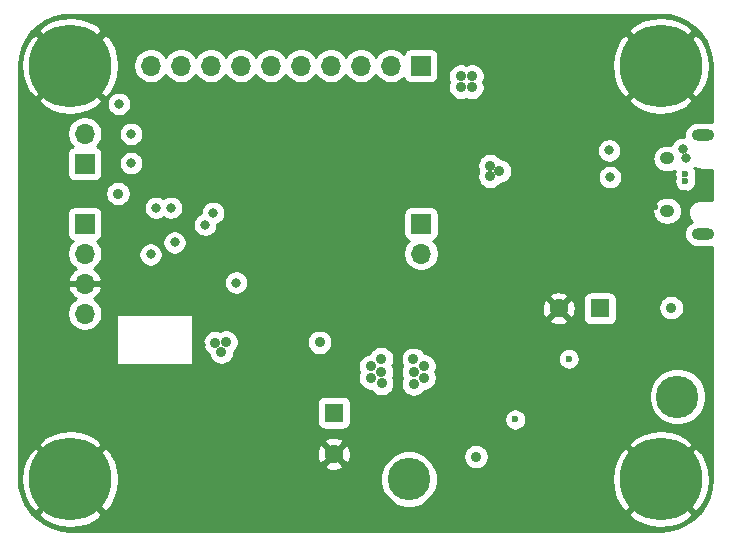
<source format=gbr>
%TF.GenerationSoftware,KiCad,Pcbnew,5.1.6*%
%TF.CreationDate,2021-04-06T07:59:24+02:00*%
%TF.ProjectId,teriyaki,74657269-7961-46b6-992e-6b696361645f,rev?*%
%TF.SameCoordinates,Original*%
%TF.FileFunction,Copper,L2,Inr*%
%TF.FilePolarity,Positive*%
%FSLAX46Y46*%
G04 Gerber Fmt 4.6, Leading zero omitted, Abs format (unit mm)*
G04 Created by KiCad (PCBNEW 5.1.6) date 2021-04-06 07:59:24*
%MOMM*%
%LPD*%
G01*
G04 APERTURE LIST*
%TA.AperFunction,ViaPad*%
%ADD10O,1.700000X1.700000*%
%TD*%
%TA.AperFunction,ViaPad*%
%ADD11R,1.700000X1.700000*%
%TD*%
%TA.AperFunction,ViaPad*%
%ADD12C,0.800000*%
%TD*%
%TA.AperFunction,ViaPad*%
%ADD13C,7.000000*%
%TD*%
%TA.AperFunction,ViaPad*%
%ADD14C,1.600000*%
%TD*%
%TA.AperFunction,ViaPad*%
%ADD15R,1.600000X1.600000*%
%TD*%
%TA.AperFunction,ViaPad*%
%ADD16O,1.250000X1.050000*%
%TD*%
%TA.AperFunction,ViaPad*%
%ADD17O,1.900000X1.000000*%
%TD*%
%TA.AperFunction,ViaPad*%
%ADD18C,3.600000*%
%TD*%
%TA.AperFunction,ViaPad*%
%ADD19C,0.900000*%
%TD*%
%TA.AperFunction,ViaPad*%
%ADD20C,0.600000*%
%TD*%
%TA.AperFunction,Conductor*%
%ADD21C,0.254000*%
%TD*%
G04 APERTURE END LIST*
D10*
%TO.N,GPIO_C7*%
%TO.C,J3*%
X98830000Y-89680000D03*
%TO.N,GPIO_C6*%
X101370000Y-89680000D03*
%TO.N,GPIO_C5*%
X103910000Y-89680000D03*
%TO.N,GPIO_C4*%
X106450000Y-89680000D03*
%TO.N,GPIO_C3*%
X108990000Y-89680000D03*
%TO.N,GPIO_C2*%
X111530000Y-89680000D03*
%TO.N,GPIO_C1*%
X114070000Y-89680000D03*
%TO.N,GPIO_B0*%
X116610000Y-89680000D03*
%TO.N,GPIO_B1*%
X119150000Y-89680000D03*
D11*
%TO.N,GPIO_B2*%
X121690000Y-89680000D03*
%TD*%
D10*
%TO.N,I2C_SCL*%
%TO.C,J4*%
X93230000Y-95430000D03*
D11*
%TO.N,I2C_SDA*%
X93230000Y-97970000D03*
%TD*%
D12*
%TO.N,GND*%
%TO.C,H3*%
X93856155Y-122843845D03*
X92000000Y-122075000D03*
X90143845Y-122843845D03*
X89375000Y-124700000D03*
X90143845Y-126556155D03*
X92000000Y-127325000D03*
X93856155Y-126556155D03*
X94625000Y-124700000D03*
D13*
X92000000Y-124700000D03*
%TD*%
D12*
%TO.N,GND*%
%TO.C,H4*%
X143856155Y-87843845D03*
X142000000Y-87075000D03*
X140143845Y-87843845D03*
X139375000Y-89700000D03*
X140143845Y-91556155D03*
X142000000Y-92325000D03*
X143856155Y-91556155D03*
X144625000Y-89700000D03*
D13*
X142000000Y-89700000D03*
%TD*%
D12*
%TO.N,GND*%
%TO.C,H2*%
X93856155Y-87843845D03*
X92000000Y-87075000D03*
X90143845Y-87843845D03*
X89375000Y-89700000D03*
X90143845Y-91556155D03*
X92000000Y-92325000D03*
X93856155Y-91556155D03*
X94625000Y-89700000D03*
D13*
X92000000Y-89700000D03*
%TD*%
D12*
%TO.N,GND*%
%TO.C,H1*%
X143856155Y-122843845D03*
X142000000Y-122075000D03*
X140143845Y-122843845D03*
X139375000Y-124700000D03*
X140143845Y-126556155D03*
X142000000Y-127325000D03*
X143856155Y-126556155D03*
X144625000Y-124700000D03*
D13*
X142000000Y-124700000D03*
%TD*%
D14*
%TO.N,GND*%
%TO.C,C2*%
X133350000Y-110236000D03*
D15*
%TO.N,REG_VIN*%
X136850000Y-110236000D03*
%TD*%
D14*
%TO.N,GND*%
%TO.C,C7*%
X114325400Y-122549800D03*
D15*
%TO.N,+3V3*%
X114325400Y-119049800D03*
%TD*%
D16*
%TO.N,Net-(J1-Pad6)*%
%TO.C,J1*%
X142550000Y-101975000D03*
X142550000Y-97525000D03*
D17*
X145550000Y-103925000D03*
X145550000Y-95575000D03*
%TD*%
D10*
%TO.N,STM8_TX*%
%TO.C,J2*%
X121700000Y-105590000D03*
D11*
%TO.N,STM8_RX*%
X121700000Y-103050000D03*
%TD*%
D10*
%TO.N,STM8_NRST*%
%TO.C,J_SWIM1*%
X93230000Y-110670000D03*
%TO.N,GND*%
X93230000Y-108130000D03*
%TO.N,STM8_SWIM*%
X93230000Y-105590000D03*
D11*
%TO.N,+3V3*%
X93230000Y-103050000D03*
%TD*%
D18*
%TO.N,+3V3*%
%TO.C,TP1*%
X120680000Y-124690000D03*
%TD*%
%TO.N,REG_VIN*%
%TO.C,TP2*%
X143400000Y-117700000D03*
%TD*%
D19*
%TO.N,GND*%
X144952600Y-110164000D03*
D12*
X139776200Y-96873060D03*
X144068800Y-101600000D03*
D20*
X144050002Y-100482400D03*
X141681200Y-100533200D03*
X141483637Y-101633285D03*
D12*
X141097000Y-101015800D03*
D19*
X128295400Y-109753400D03*
X129260600Y-109753400D03*
X130200400Y-109753400D03*
X127584200Y-110439200D03*
X132969000Y-122504200D03*
X133908800Y-122529600D03*
X134848600Y-122529600D03*
X135788400Y-122529600D03*
X136728200Y-122529600D03*
X137668000Y-122504200D03*
X132054600Y-122504200D03*
X139903200Y-117957600D03*
X139217400Y-118592600D03*
X138277600Y-118643400D03*
X132130800Y-115671600D03*
X126769800Y-119958800D03*
X127658800Y-119019000D03*
X97234800Y-110411000D03*
X98200000Y-110411000D03*
X100282800Y-115389400D03*
X101222600Y-115364000D03*
X129489200Y-102057200D03*
X132334000Y-94843600D03*
X130632200Y-94869000D03*
X118192600Y-104363000D03*
X118192600Y-102229600D03*
X118248000Y-106411600D03*
X113513200Y-108506000D03*
X137700000Y-103900000D03*
X110540000Y-97430000D03*
X110540000Y-99830000D03*
X125900000Y-88950000D03*
X126700000Y-88410000D03*
X134170000Y-89450000D03*
X133800000Y-88400000D03*
X131770000Y-88280000D03*
X129750000Y-88280000D03*
X127800000Y-88260000D03*
D20*
X126900000Y-94700000D03*
X127580000Y-94720000D03*
D12*
X107025000Y-112570000D03*
X107050000Y-111720000D03*
X107050000Y-110870000D03*
X107050000Y-110020000D03*
X106350000Y-109495000D03*
X103090000Y-113360000D03*
X101230000Y-107360000D03*
X104540000Y-106490000D03*
X102108000Y-107188000D03*
X100330000Y-107188000D03*
D19*
%TO.N,+3V3*%
X96034800Y-100506400D03*
X113113200Y-113106000D03*
X118338600Y-115620800D03*
X118364000Y-116586000D03*
X121081800Y-115620800D03*
X121081800Y-116611400D03*
X117449600Y-115138200D03*
X117449600Y-116128800D03*
X121970800Y-116103400D03*
X121945400Y-115112800D03*
X121056400Y-114554000D03*
X118338600Y-114477800D03*
X126363400Y-122778200D03*
X105200000Y-113070000D03*
X104275000Y-113145000D03*
X104800000Y-113920000D03*
X127533400Y-98145600D03*
X127533400Y-99060000D03*
X128346200Y-98602800D03*
X126009400Y-90576400D03*
X126009400Y-91516200D03*
X125069600Y-90576400D03*
X125069600Y-91516200D03*
D12*
X106060000Y-108050000D03*
X96130000Y-92920000D03*
D19*
%TO.N,REG_VIN*%
X142895200Y-110164000D03*
D12*
X137693400Y-99110800D03*
X144100000Y-97500000D03*
X143865600Y-96723200D03*
X143865600Y-96723200D03*
X143865600Y-96723200D03*
X143865600Y-96723200D03*
X143865600Y-96723200D03*
X137637818Y-96850200D03*
D20*
X144068800Y-98831400D03*
X144068800Y-99441000D03*
%TO.N,REG_FEEDBACK*%
X129680000Y-119640000D03*
X134220000Y-114500000D03*
D12*
%TO.N,STM8_RX*%
X100838000Y-104648000D03*
%TO.N,STM8_TX*%
X98806000Y-105664000D03*
%TO.N,I2C_SDA*%
X99270000Y-101710000D03*
X97170000Y-97940000D03*
%TO.N,I2C_SCL*%
X100520000Y-101710000D03*
X97170000Y-95450000D03*
%TO.N,GPIO_B1*%
X104100000Y-102150000D03*
%TO.N,GPIO_B2*%
X103433092Y-103150000D03*
%TD*%
D21*
%TO.N,GND*%
G36*
X142768083Y-85431173D02*
G01*
X143511891Y-85634656D01*
X144207905Y-85966638D01*
X144834130Y-86416626D01*
X145370777Y-86970403D01*
X145800871Y-87610451D01*
X146110829Y-88316553D01*
X146292065Y-89071457D01*
X146340001Y-89724220D01*
X146340000Y-94492067D01*
X146222499Y-94456423D01*
X146055752Y-94440000D01*
X145044248Y-94440000D01*
X144877501Y-94456423D01*
X144663553Y-94521324D01*
X144466377Y-94626716D01*
X144293551Y-94768551D01*
X144151716Y-94941377D01*
X144046324Y-95138553D01*
X143981423Y-95352501D01*
X143959509Y-95575000D01*
X143970720Y-95688833D01*
X143967539Y-95688200D01*
X143763661Y-95688200D01*
X143563702Y-95727974D01*
X143375344Y-95805995D01*
X143205826Y-95919263D01*
X143061663Y-96063426D01*
X142948395Y-96232944D01*
X142885700Y-96384303D01*
X142877400Y-96381785D01*
X142706979Y-96365000D01*
X142393021Y-96365000D01*
X142222600Y-96381785D01*
X142003940Y-96448115D01*
X141802421Y-96555829D01*
X141625788Y-96700788D01*
X141480829Y-96877421D01*
X141373115Y-97078940D01*
X141306785Y-97297600D01*
X141284388Y-97525000D01*
X141306785Y-97752400D01*
X141373115Y-97971060D01*
X141480829Y-98172579D01*
X141625788Y-98349212D01*
X141802421Y-98494171D01*
X142003940Y-98601885D01*
X142222600Y-98668215D01*
X142393021Y-98685000D01*
X142706979Y-98685000D01*
X142877400Y-98668215D01*
X143096060Y-98601885D01*
X143168878Y-98562963D01*
X143133800Y-98739311D01*
X143133800Y-98923489D01*
X143169732Y-99104129D01*
X143183016Y-99136200D01*
X143169732Y-99168271D01*
X143133800Y-99348911D01*
X143133800Y-99533089D01*
X143169732Y-99713729D01*
X143240214Y-99883889D01*
X143342538Y-100037028D01*
X143472772Y-100167262D01*
X143625911Y-100269586D01*
X143796071Y-100340068D01*
X143976711Y-100376000D01*
X144160889Y-100376000D01*
X144341529Y-100340068D01*
X144511689Y-100269586D01*
X144664828Y-100167262D01*
X144795062Y-100037028D01*
X144897386Y-99883889D01*
X144967868Y-99713729D01*
X145003800Y-99533089D01*
X145003800Y-99348911D01*
X144967868Y-99168271D01*
X144954584Y-99136200D01*
X144967868Y-99104129D01*
X145003800Y-98923489D01*
X145003800Y-98739311D01*
X144967868Y-98558671D01*
X144897386Y-98388511D01*
X144856101Y-98326723D01*
X144859810Y-98329263D01*
X144868223Y-98333812D01*
X144941459Y-98372752D01*
X144998866Y-98396413D01*
X145055920Y-98420867D01*
X145065054Y-98423694D01*
X145065061Y-98423697D01*
X145065069Y-98423699D01*
X145144461Y-98447669D01*
X145205337Y-98459723D01*
X145266095Y-98472637D01*
X145275607Y-98473637D01*
X145358157Y-98481731D01*
X145358163Y-98481731D01*
X145391353Y-98485000D01*
X146315001Y-98485000D01*
X146315000Y-101015000D01*
X145391353Y-101015000D01*
X145357737Y-101018311D01*
X145352220Y-101018311D01*
X145342708Y-101019310D01*
X145307523Y-101023257D01*
X145290717Y-101024912D01*
X145289515Y-101025277D01*
X145260280Y-101028556D01*
X145199514Y-101041472D01*
X145138654Y-101053523D01*
X145129518Y-101056351D01*
X145129512Y-101056352D01*
X145129507Y-101056354D01*
X145050454Y-101081431D01*
X144993382Y-101105892D01*
X144935984Y-101129550D01*
X144927578Y-101134095D01*
X144927575Y-101134096D01*
X144927573Y-101134097D01*
X144927570Y-101134099D01*
X144854884Y-101174059D01*
X144803653Y-101209138D01*
X144751951Y-101243489D01*
X144744581Y-101249585D01*
X144681041Y-101302901D01*
X144637602Y-101347259D01*
X144593546Y-101391009D01*
X144587501Y-101398421D01*
X144535527Y-101463064D01*
X144501542Y-101514999D01*
X144466816Y-101566483D01*
X144462326Y-101574928D01*
X144423898Y-101648434D01*
X144400640Y-101705999D01*
X144376582Y-101763232D01*
X144373817Y-101772388D01*
X144350398Y-101851959D01*
X144338760Y-101912969D01*
X144326281Y-101973758D01*
X144325347Y-101983276D01*
X144317830Y-102065880D01*
X144318263Y-102127968D01*
X144317830Y-102190057D01*
X144318763Y-102199576D01*
X144327434Y-102282066D01*
X144339920Y-102342891D01*
X144351550Y-102403857D01*
X144354314Y-102413013D01*
X144378841Y-102492249D01*
X144402894Y-102549469D01*
X144426159Y-102607052D01*
X144430649Y-102615497D01*
X144470100Y-102688460D01*
X144504821Y-102739936D01*
X144538810Y-102791877D01*
X144544854Y-102799289D01*
X144597726Y-102863200D01*
X144626078Y-102891355D01*
X144466377Y-102976716D01*
X144293551Y-103118551D01*
X144151716Y-103291377D01*
X144046324Y-103488553D01*
X143981423Y-103702501D01*
X143959509Y-103925000D01*
X143981423Y-104147499D01*
X144046324Y-104361447D01*
X144151716Y-104558623D01*
X144293551Y-104731449D01*
X144466377Y-104873284D01*
X144663553Y-104978676D01*
X144877501Y-105043577D01*
X145044248Y-105060000D01*
X146055752Y-105060000D01*
X146222499Y-105043577D01*
X146340001Y-105007933D01*
X146340000Y-124670608D01*
X146268827Y-125468083D01*
X146065344Y-126211890D01*
X145733363Y-126907904D01*
X145283374Y-127534130D01*
X144729597Y-128070777D01*
X144089549Y-128500871D01*
X143383447Y-128810829D01*
X142628543Y-128992065D01*
X141975793Y-129040000D01*
X92029392Y-129040000D01*
X91231917Y-128968827D01*
X90488110Y-128765344D01*
X89792096Y-128433363D01*
X89165870Y-127983374D01*
X88808073Y-127614155D01*
X89265450Y-127614155D01*
X89661634Y-128134550D01*
X90376612Y-128524748D01*
X91153976Y-128767964D01*
X91963853Y-128854851D01*
X92775118Y-128782069D01*
X93556597Y-128552415D01*
X94278256Y-128174715D01*
X94338366Y-128134550D01*
X94734550Y-127614155D01*
X139265450Y-127614155D01*
X139661634Y-128134550D01*
X140376612Y-128524748D01*
X141153976Y-128767964D01*
X141963853Y-128854851D01*
X142775118Y-128782069D01*
X143556597Y-128552415D01*
X144278256Y-128174715D01*
X144338366Y-128134550D01*
X144734550Y-127614155D01*
X142000000Y-124879605D01*
X139265450Y-127614155D01*
X94734550Y-127614155D01*
X92000000Y-124879605D01*
X89265450Y-127614155D01*
X88808073Y-127614155D01*
X88629223Y-127429597D01*
X88199129Y-126789549D01*
X87889171Y-126083447D01*
X87707935Y-125328543D01*
X87660000Y-124675793D01*
X87660000Y-124663853D01*
X87845149Y-124663853D01*
X87917931Y-125475118D01*
X88147585Y-126256597D01*
X88525285Y-126978256D01*
X88565450Y-127038366D01*
X89085845Y-127434550D01*
X91820395Y-124700000D01*
X92179605Y-124700000D01*
X94914155Y-127434550D01*
X95434550Y-127038366D01*
X95824748Y-126323388D01*
X96067964Y-125546024D01*
X96154851Y-124736147D01*
X96129196Y-124450173D01*
X118245000Y-124450173D01*
X118245000Y-124929827D01*
X118338576Y-125400263D01*
X118522131Y-125843405D01*
X118788612Y-126242222D01*
X119127778Y-126581388D01*
X119526595Y-126847869D01*
X119969737Y-127031424D01*
X120440173Y-127125000D01*
X120919827Y-127125000D01*
X121390263Y-127031424D01*
X121833405Y-126847869D01*
X122232222Y-126581388D01*
X122571388Y-126242222D01*
X122837869Y-125843405D01*
X123021424Y-125400263D01*
X123115000Y-124929827D01*
X123115000Y-124663853D01*
X137845149Y-124663853D01*
X137917931Y-125475118D01*
X138147585Y-126256597D01*
X138525285Y-126978256D01*
X138565450Y-127038366D01*
X139085845Y-127434550D01*
X141820395Y-124700000D01*
X142179605Y-124700000D01*
X144914155Y-127434550D01*
X145434550Y-127038366D01*
X145824748Y-126323388D01*
X146067964Y-125546024D01*
X146154851Y-124736147D01*
X146082069Y-123924882D01*
X145852415Y-123143403D01*
X145474715Y-122421744D01*
X145434550Y-122361634D01*
X144914155Y-121965450D01*
X142179605Y-124700000D01*
X141820395Y-124700000D01*
X139085845Y-121965450D01*
X138565450Y-122361634D01*
X138175252Y-123076612D01*
X137932036Y-123853976D01*
X137845149Y-124663853D01*
X123115000Y-124663853D01*
X123115000Y-124450173D01*
X123021424Y-123979737D01*
X122837869Y-123536595D01*
X122571388Y-123137778D01*
X122232222Y-122798612D01*
X122041742Y-122671337D01*
X125278400Y-122671337D01*
X125278400Y-122885063D01*
X125320096Y-123094683D01*
X125401885Y-123292140D01*
X125520625Y-123469847D01*
X125671753Y-123620975D01*
X125849460Y-123739715D01*
X126046917Y-123821504D01*
X126256537Y-123863200D01*
X126470263Y-123863200D01*
X126679883Y-123821504D01*
X126877340Y-123739715D01*
X127055047Y-123620975D01*
X127206175Y-123469847D01*
X127324915Y-123292140D01*
X127406704Y-123094683D01*
X127448400Y-122885063D01*
X127448400Y-122671337D01*
X127406704Y-122461717D01*
X127324915Y-122264260D01*
X127206175Y-122086553D01*
X127055047Y-121935425D01*
X126877340Y-121816685D01*
X126802886Y-121785845D01*
X139265450Y-121785845D01*
X142000000Y-124520395D01*
X144734550Y-121785845D01*
X144338366Y-121265450D01*
X143623388Y-120875252D01*
X142846024Y-120632036D01*
X142036147Y-120545149D01*
X141224882Y-120617931D01*
X140443403Y-120847585D01*
X139721744Y-121225285D01*
X139661634Y-121265450D01*
X139265450Y-121785845D01*
X126802886Y-121785845D01*
X126679883Y-121734896D01*
X126470263Y-121693200D01*
X126256537Y-121693200D01*
X126046917Y-121734896D01*
X125849460Y-121816685D01*
X125671753Y-121935425D01*
X125520625Y-122086553D01*
X125401885Y-122264260D01*
X125320096Y-122461717D01*
X125278400Y-122671337D01*
X122041742Y-122671337D01*
X121833405Y-122532131D01*
X121390263Y-122348576D01*
X120919827Y-122255000D01*
X120440173Y-122255000D01*
X119969737Y-122348576D01*
X119526595Y-122532131D01*
X119127778Y-122798612D01*
X118788612Y-123137778D01*
X118522131Y-123536595D01*
X118338576Y-123979737D01*
X118245000Y-124450173D01*
X96129196Y-124450173D01*
X96082069Y-123924882D01*
X95969699Y-123542502D01*
X113512303Y-123542502D01*
X113583886Y-123786471D01*
X113839396Y-123907371D01*
X114113584Y-123976100D01*
X114395912Y-123990017D01*
X114675530Y-123948587D01*
X114941692Y-123853403D01*
X115066914Y-123786471D01*
X115138497Y-123542502D01*
X114325400Y-122729405D01*
X113512303Y-123542502D01*
X95969699Y-123542502D01*
X95852415Y-123143403D01*
X95578642Y-122620312D01*
X112885183Y-122620312D01*
X112926613Y-122899930D01*
X113021797Y-123166092D01*
X113088729Y-123291314D01*
X113332698Y-123362897D01*
X114145795Y-122549800D01*
X114505005Y-122549800D01*
X115318102Y-123362897D01*
X115562071Y-123291314D01*
X115682971Y-123035804D01*
X115751700Y-122761616D01*
X115765617Y-122479288D01*
X115724187Y-122199670D01*
X115629003Y-121933508D01*
X115562071Y-121808286D01*
X115318102Y-121736703D01*
X114505005Y-122549800D01*
X114145795Y-122549800D01*
X113332698Y-121736703D01*
X113088729Y-121808286D01*
X112967829Y-122063796D01*
X112899100Y-122337984D01*
X112885183Y-122620312D01*
X95578642Y-122620312D01*
X95474715Y-122421744D01*
X95434550Y-122361634D01*
X94914155Y-121965450D01*
X92179605Y-124700000D01*
X91820395Y-124700000D01*
X89085845Y-121965450D01*
X88565450Y-122361634D01*
X88175252Y-123076612D01*
X87932036Y-123853976D01*
X87845149Y-124663853D01*
X87660000Y-124663853D01*
X87660000Y-121785845D01*
X89265450Y-121785845D01*
X92000000Y-124520395D01*
X94734550Y-121785845D01*
X94560402Y-121557098D01*
X113512303Y-121557098D01*
X114325400Y-122370195D01*
X115138497Y-121557098D01*
X115066914Y-121313129D01*
X114811404Y-121192229D01*
X114537216Y-121123500D01*
X114254888Y-121109583D01*
X113975270Y-121151013D01*
X113709108Y-121246197D01*
X113583886Y-121313129D01*
X113512303Y-121557098D01*
X94560402Y-121557098D01*
X94338366Y-121265450D01*
X93623388Y-120875252D01*
X92846024Y-120632036D01*
X92036147Y-120545149D01*
X91224882Y-120617931D01*
X90443403Y-120847585D01*
X89721744Y-121225285D01*
X89661634Y-121265450D01*
X89265450Y-121785845D01*
X87660000Y-121785845D01*
X87660000Y-118249800D01*
X112887328Y-118249800D01*
X112887328Y-119849800D01*
X112899588Y-119974282D01*
X112935898Y-120093980D01*
X112994863Y-120204294D01*
X113074215Y-120300985D01*
X113170906Y-120380337D01*
X113281220Y-120439302D01*
X113400918Y-120475612D01*
X113525400Y-120487872D01*
X115125400Y-120487872D01*
X115249882Y-120475612D01*
X115369580Y-120439302D01*
X115479894Y-120380337D01*
X115576585Y-120300985D01*
X115655937Y-120204294D01*
X115714902Y-120093980D01*
X115751212Y-119974282D01*
X115763472Y-119849800D01*
X115763472Y-119547911D01*
X128745000Y-119547911D01*
X128745000Y-119732089D01*
X128780932Y-119912729D01*
X128851414Y-120082889D01*
X128953738Y-120236028D01*
X129083972Y-120366262D01*
X129237111Y-120468586D01*
X129407271Y-120539068D01*
X129587911Y-120575000D01*
X129772089Y-120575000D01*
X129952729Y-120539068D01*
X130122889Y-120468586D01*
X130276028Y-120366262D01*
X130406262Y-120236028D01*
X130508586Y-120082889D01*
X130579068Y-119912729D01*
X130615000Y-119732089D01*
X130615000Y-119547911D01*
X130579068Y-119367271D01*
X130508586Y-119197111D01*
X130406262Y-119043972D01*
X130276028Y-118913738D01*
X130122889Y-118811414D01*
X129952729Y-118740932D01*
X129772089Y-118705000D01*
X129587911Y-118705000D01*
X129407271Y-118740932D01*
X129237111Y-118811414D01*
X129083972Y-118913738D01*
X128953738Y-119043972D01*
X128851414Y-119197111D01*
X128780932Y-119367271D01*
X128745000Y-119547911D01*
X115763472Y-119547911D01*
X115763472Y-118249800D01*
X115751212Y-118125318D01*
X115714902Y-118005620D01*
X115655937Y-117895306D01*
X115576585Y-117798615D01*
X115479894Y-117719263D01*
X115369580Y-117660298D01*
X115249882Y-117623988D01*
X115125400Y-117611728D01*
X113525400Y-117611728D01*
X113400918Y-117623988D01*
X113281220Y-117660298D01*
X113170906Y-117719263D01*
X113074215Y-117798615D01*
X112994863Y-117895306D01*
X112935898Y-118005620D01*
X112899588Y-118125318D01*
X112887328Y-118249800D01*
X87660000Y-118249800D01*
X87660000Y-110523740D01*
X91745000Y-110523740D01*
X91745000Y-110816260D01*
X91802068Y-111103158D01*
X91914010Y-111373411D01*
X92076525Y-111616632D01*
X92283368Y-111823475D01*
X92526589Y-111985990D01*
X92796842Y-112097932D01*
X93083740Y-112155000D01*
X93376260Y-112155000D01*
X93663158Y-112097932D01*
X93933411Y-111985990D01*
X94176632Y-111823475D01*
X94383475Y-111616632D01*
X94545990Y-111373411D01*
X94657932Y-111103158D01*
X94704310Y-110870000D01*
X95873000Y-110870000D01*
X95873000Y-114920000D01*
X95875440Y-114944776D01*
X95882667Y-114968601D01*
X95894403Y-114990557D01*
X95910197Y-115009803D01*
X95929443Y-115025597D01*
X95951399Y-115037333D01*
X95975224Y-115044560D01*
X96000000Y-115047000D01*
X102300000Y-115047000D01*
X102324776Y-115044560D01*
X102348601Y-115037333D01*
X102359818Y-115031337D01*
X116364600Y-115031337D01*
X116364600Y-115245063D01*
X116406296Y-115454683D01*
X116480364Y-115633500D01*
X116406296Y-115812317D01*
X116364600Y-116021937D01*
X116364600Y-116235663D01*
X116406296Y-116445283D01*
X116488085Y-116642740D01*
X116606825Y-116820447D01*
X116757953Y-116971575D01*
X116935660Y-117090315D01*
X117133117Y-117172104D01*
X117342737Y-117213800D01*
X117478564Y-117213800D01*
X117521225Y-117277647D01*
X117672353Y-117428775D01*
X117850060Y-117547515D01*
X118047517Y-117629304D01*
X118257137Y-117671000D01*
X118470863Y-117671000D01*
X118680483Y-117629304D01*
X118877940Y-117547515D01*
X119055647Y-117428775D01*
X119206775Y-117277647D01*
X119325515Y-117099940D01*
X119407304Y-116902483D01*
X119449000Y-116692863D01*
X119449000Y-116479137D01*
X119407304Y-116269517D01*
X119325796Y-116072739D01*
X119381904Y-115937283D01*
X119423600Y-115727663D01*
X119423600Y-115513937D01*
X119381904Y-115304317D01*
X119300115Y-115106860D01*
X119261655Y-115049300D01*
X119300115Y-114991740D01*
X119381904Y-114794283D01*
X119423600Y-114584663D01*
X119423600Y-114447137D01*
X119971400Y-114447137D01*
X119971400Y-114660863D01*
X120013096Y-114870483D01*
X120094885Y-115067940D01*
X120120588Y-115106407D01*
X120120285Y-115106860D01*
X120038496Y-115304317D01*
X119996800Y-115513937D01*
X119996800Y-115727663D01*
X120038496Y-115937283D01*
X120112564Y-116116100D01*
X120038496Y-116294917D01*
X119996800Y-116504537D01*
X119996800Y-116718263D01*
X120038496Y-116927883D01*
X120120285Y-117125340D01*
X120239025Y-117303047D01*
X120390153Y-117454175D01*
X120567860Y-117572915D01*
X120765317Y-117654704D01*
X120974937Y-117696400D01*
X121188663Y-117696400D01*
X121398283Y-117654704D01*
X121595740Y-117572915D01*
X121764470Y-117460173D01*
X140965000Y-117460173D01*
X140965000Y-117939827D01*
X141058576Y-118410263D01*
X141242131Y-118853405D01*
X141508612Y-119252222D01*
X141847778Y-119591388D01*
X142246595Y-119857869D01*
X142689737Y-120041424D01*
X143160173Y-120135000D01*
X143639827Y-120135000D01*
X144110263Y-120041424D01*
X144553405Y-119857869D01*
X144952222Y-119591388D01*
X145291388Y-119252222D01*
X145557869Y-118853405D01*
X145741424Y-118410263D01*
X145835000Y-117939827D01*
X145835000Y-117460173D01*
X145741424Y-116989737D01*
X145557869Y-116546595D01*
X145291388Y-116147778D01*
X144952222Y-115808612D01*
X144553405Y-115542131D01*
X144110263Y-115358576D01*
X143639827Y-115265000D01*
X143160173Y-115265000D01*
X142689737Y-115358576D01*
X142246595Y-115542131D01*
X141847778Y-115808612D01*
X141508612Y-116147778D01*
X141242131Y-116546595D01*
X141058576Y-116989737D01*
X140965000Y-117460173D01*
X121764470Y-117460173D01*
X121773447Y-117454175D01*
X121924575Y-117303047D01*
X122001180Y-117188400D01*
X122077663Y-117188400D01*
X122287283Y-117146704D01*
X122484740Y-117064915D01*
X122662447Y-116946175D01*
X122813575Y-116795047D01*
X122932315Y-116617340D01*
X123014104Y-116419883D01*
X123055800Y-116210263D01*
X123055800Y-115996537D01*
X123014104Y-115786917D01*
X122932315Y-115589460D01*
X122926168Y-115580260D01*
X122988704Y-115429283D01*
X123030400Y-115219663D01*
X123030400Y-115005937D01*
X122988704Y-114796317D01*
X122906915Y-114598860D01*
X122788175Y-114421153D01*
X122774933Y-114407911D01*
X133285000Y-114407911D01*
X133285000Y-114592089D01*
X133320932Y-114772729D01*
X133391414Y-114942889D01*
X133493738Y-115096028D01*
X133623972Y-115226262D01*
X133777111Y-115328586D01*
X133947271Y-115399068D01*
X134127911Y-115435000D01*
X134312089Y-115435000D01*
X134492729Y-115399068D01*
X134662889Y-115328586D01*
X134816028Y-115226262D01*
X134946262Y-115096028D01*
X135048586Y-114942889D01*
X135119068Y-114772729D01*
X135155000Y-114592089D01*
X135155000Y-114407911D01*
X135119068Y-114227271D01*
X135048586Y-114057111D01*
X134946262Y-113903972D01*
X134816028Y-113773738D01*
X134662889Y-113671414D01*
X134492729Y-113600932D01*
X134312089Y-113565000D01*
X134127911Y-113565000D01*
X133947271Y-113600932D01*
X133777111Y-113671414D01*
X133623972Y-113773738D01*
X133493738Y-113903972D01*
X133391414Y-114057111D01*
X133320932Y-114227271D01*
X133285000Y-114407911D01*
X122774933Y-114407911D01*
X122637047Y-114270025D01*
X122459340Y-114151285D01*
X122261883Y-114069496D01*
X122052263Y-114027800D01*
X122009723Y-114027800D01*
X121899175Y-113862353D01*
X121748047Y-113711225D01*
X121570340Y-113592485D01*
X121372883Y-113510696D01*
X121163263Y-113469000D01*
X120949537Y-113469000D01*
X120739917Y-113510696D01*
X120542460Y-113592485D01*
X120364753Y-113711225D01*
X120213625Y-113862353D01*
X120094885Y-114040060D01*
X120013096Y-114237517D01*
X119971400Y-114447137D01*
X119423600Y-114447137D01*
X119423600Y-114370937D01*
X119381904Y-114161317D01*
X119300115Y-113963860D01*
X119181375Y-113786153D01*
X119030247Y-113635025D01*
X118852540Y-113516285D01*
X118655083Y-113434496D01*
X118445463Y-113392800D01*
X118231737Y-113392800D01*
X118022117Y-113434496D01*
X117824660Y-113516285D01*
X117646953Y-113635025D01*
X117495825Y-113786153D01*
X117377085Y-113963860D01*
X117339841Y-114053776D01*
X117133117Y-114094896D01*
X116935660Y-114176685D01*
X116757953Y-114295425D01*
X116606825Y-114446553D01*
X116488085Y-114624260D01*
X116406296Y-114821717D01*
X116364600Y-115031337D01*
X102359818Y-115031337D01*
X102370557Y-115025597D01*
X102389803Y-115009803D01*
X102405597Y-114990557D01*
X102417333Y-114968601D01*
X102424560Y-114944776D01*
X102427000Y-114920000D01*
X102427000Y-113038137D01*
X103190000Y-113038137D01*
X103190000Y-113251863D01*
X103231696Y-113461483D01*
X103313485Y-113658940D01*
X103432225Y-113836647D01*
X103583353Y-113987775D01*
X103726212Y-114083230D01*
X103756696Y-114236483D01*
X103838485Y-114433940D01*
X103957225Y-114611647D01*
X104108353Y-114762775D01*
X104286060Y-114881515D01*
X104483517Y-114963304D01*
X104693137Y-115005000D01*
X104906863Y-115005000D01*
X105116483Y-114963304D01*
X105313940Y-114881515D01*
X105491647Y-114762775D01*
X105642775Y-114611647D01*
X105761515Y-114433940D01*
X105843304Y-114236483D01*
X105885000Y-114026863D01*
X105885000Y-113917216D01*
X105891647Y-113912775D01*
X106042775Y-113761647D01*
X106161515Y-113583940D01*
X106243304Y-113386483D01*
X106285000Y-113176863D01*
X106285000Y-112999137D01*
X112028200Y-112999137D01*
X112028200Y-113212863D01*
X112069896Y-113422483D01*
X112151685Y-113619940D01*
X112270425Y-113797647D01*
X112421553Y-113948775D01*
X112599260Y-114067515D01*
X112796717Y-114149304D01*
X113006337Y-114191000D01*
X113220063Y-114191000D01*
X113429683Y-114149304D01*
X113627140Y-114067515D01*
X113804847Y-113948775D01*
X113955975Y-113797647D01*
X114074715Y-113619940D01*
X114156504Y-113422483D01*
X114198200Y-113212863D01*
X114198200Y-112999137D01*
X114156504Y-112789517D01*
X114074715Y-112592060D01*
X113955975Y-112414353D01*
X113804847Y-112263225D01*
X113627140Y-112144485D01*
X113429683Y-112062696D01*
X113220063Y-112021000D01*
X113006337Y-112021000D01*
X112796717Y-112062696D01*
X112599260Y-112144485D01*
X112421553Y-112263225D01*
X112270425Y-112414353D01*
X112151685Y-112592060D01*
X112069896Y-112789517D01*
X112028200Y-112999137D01*
X106285000Y-112999137D01*
X106285000Y-112963137D01*
X106243304Y-112753517D01*
X106161515Y-112556060D01*
X106042775Y-112378353D01*
X105891647Y-112227225D01*
X105713940Y-112108485D01*
X105516483Y-112026696D01*
X105306863Y-111985000D01*
X105093137Y-111985000D01*
X104883517Y-112026696D01*
X104686060Y-112108485D01*
X104656139Y-112128477D01*
X104591483Y-112101696D01*
X104381863Y-112060000D01*
X104168137Y-112060000D01*
X103958517Y-112101696D01*
X103761060Y-112183485D01*
X103583353Y-112302225D01*
X103432225Y-112453353D01*
X103313485Y-112631060D01*
X103231696Y-112828517D01*
X103190000Y-113038137D01*
X102427000Y-113038137D01*
X102427000Y-111228702D01*
X132536903Y-111228702D01*
X132608486Y-111472671D01*
X132863996Y-111593571D01*
X133138184Y-111662300D01*
X133420512Y-111676217D01*
X133700130Y-111634787D01*
X133966292Y-111539603D01*
X134091514Y-111472671D01*
X134163097Y-111228702D01*
X133350000Y-110415605D01*
X132536903Y-111228702D01*
X102427000Y-111228702D01*
X102427000Y-110870000D01*
X102424560Y-110845224D01*
X102417333Y-110821399D01*
X102405597Y-110799443D01*
X102389803Y-110780197D01*
X102370557Y-110764403D01*
X102348601Y-110752667D01*
X102324776Y-110745440D01*
X102300000Y-110743000D01*
X96000000Y-110743000D01*
X95975224Y-110745440D01*
X95951399Y-110752667D01*
X95929443Y-110764403D01*
X95910197Y-110780197D01*
X95894403Y-110799443D01*
X95882667Y-110821399D01*
X95875440Y-110845224D01*
X95873000Y-110870000D01*
X94704310Y-110870000D01*
X94715000Y-110816260D01*
X94715000Y-110523740D01*
X94671791Y-110306512D01*
X131909783Y-110306512D01*
X131951213Y-110586130D01*
X132046397Y-110852292D01*
X132113329Y-110977514D01*
X132357298Y-111049097D01*
X133170395Y-110236000D01*
X133529605Y-110236000D01*
X134342702Y-111049097D01*
X134586671Y-110977514D01*
X134707571Y-110722004D01*
X134776300Y-110447816D01*
X134790217Y-110165488D01*
X134748787Y-109885870D01*
X134653603Y-109619708D01*
X134586671Y-109494486D01*
X134387340Y-109436000D01*
X135411928Y-109436000D01*
X135411928Y-111036000D01*
X135424188Y-111160482D01*
X135460498Y-111280180D01*
X135519463Y-111390494D01*
X135598815Y-111487185D01*
X135695506Y-111566537D01*
X135805820Y-111625502D01*
X135925518Y-111661812D01*
X136050000Y-111674072D01*
X137650000Y-111674072D01*
X137774482Y-111661812D01*
X137894180Y-111625502D01*
X138004494Y-111566537D01*
X138101185Y-111487185D01*
X138180537Y-111390494D01*
X138239502Y-111280180D01*
X138275812Y-111160482D01*
X138288072Y-111036000D01*
X138288072Y-110057137D01*
X141810200Y-110057137D01*
X141810200Y-110270863D01*
X141851896Y-110480483D01*
X141933685Y-110677940D01*
X142052425Y-110855647D01*
X142203553Y-111006775D01*
X142381260Y-111125515D01*
X142578717Y-111207304D01*
X142788337Y-111249000D01*
X143002063Y-111249000D01*
X143211683Y-111207304D01*
X143409140Y-111125515D01*
X143586847Y-111006775D01*
X143737975Y-110855647D01*
X143856715Y-110677940D01*
X143938504Y-110480483D01*
X143980200Y-110270863D01*
X143980200Y-110057137D01*
X143938504Y-109847517D01*
X143856715Y-109650060D01*
X143737975Y-109472353D01*
X143586847Y-109321225D01*
X143409140Y-109202485D01*
X143211683Y-109120696D01*
X143002063Y-109079000D01*
X142788337Y-109079000D01*
X142578717Y-109120696D01*
X142381260Y-109202485D01*
X142203553Y-109321225D01*
X142052425Y-109472353D01*
X141933685Y-109650060D01*
X141851896Y-109847517D01*
X141810200Y-110057137D01*
X138288072Y-110057137D01*
X138288072Y-109436000D01*
X138275812Y-109311518D01*
X138239502Y-109191820D01*
X138180537Y-109081506D01*
X138101185Y-108984815D01*
X138004494Y-108905463D01*
X137894180Y-108846498D01*
X137774482Y-108810188D01*
X137650000Y-108797928D01*
X136050000Y-108797928D01*
X135925518Y-108810188D01*
X135805820Y-108846498D01*
X135695506Y-108905463D01*
X135598815Y-108984815D01*
X135519463Y-109081506D01*
X135460498Y-109191820D01*
X135424188Y-109311518D01*
X135411928Y-109436000D01*
X134387340Y-109436000D01*
X134342702Y-109422903D01*
X133529605Y-110236000D01*
X133170395Y-110236000D01*
X132357298Y-109422903D01*
X132113329Y-109494486D01*
X131992429Y-109749996D01*
X131923700Y-110024184D01*
X131909783Y-110306512D01*
X94671791Y-110306512D01*
X94657932Y-110236842D01*
X94545990Y-109966589D01*
X94383475Y-109723368D01*
X94176632Y-109516525D01*
X93994466Y-109394805D01*
X94111355Y-109325178D01*
X94202193Y-109243298D01*
X132536903Y-109243298D01*
X133350000Y-110056395D01*
X134163097Y-109243298D01*
X134091514Y-108999329D01*
X133836004Y-108878429D01*
X133561816Y-108809700D01*
X133279488Y-108795783D01*
X132999870Y-108837213D01*
X132733708Y-108932397D01*
X132608486Y-108999329D01*
X132536903Y-109243298D01*
X94202193Y-109243298D01*
X94327588Y-109130269D01*
X94501641Y-108896920D01*
X94626825Y-108634099D01*
X94671476Y-108486890D01*
X94550155Y-108257000D01*
X93357000Y-108257000D01*
X93357000Y-108277000D01*
X93103000Y-108277000D01*
X93103000Y-108257000D01*
X91909845Y-108257000D01*
X91788524Y-108486890D01*
X91833175Y-108634099D01*
X91958359Y-108896920D01*
X92132412Y-109130269D01*
X92348645Y-109325178D01*
X92465534Y-109394805D01*
X92283368Y-109516525D01*
X92076525Y-109723368D01*
X91914010Y-109966589D01*
X91802068Y-110236842D01*
X91745000Y-110523740D01*
X87660000Y-110523740D01*
X87660000Y-102200000D01*
X91741928Y-102200000D01*
X91741928Y-103900000D01*
X91754188Y-104024482D01*
X91790498Y-104144180D01*
X91849463Y-104254494D01*
X91928815Y-104351185D01*
X92025506Y-104430537D01*
X92135820Y-104489502D01*
X92208380Y-104511513D01*
X92076525Y-104643368D01*
X91914010Y-104886589D01*
X91802068Y-105156842D01*
X91745000Y-105443740D01*
X91745000Y-105736260D01*
X91802068Y-106023158D01*
X91914010Y-106293411D01*
X92076525Y-106536632D01*
X92283368Y-106743475D01*
X92465534Y-106865195D01*
X92348645Y-106934822D01*
X92132412Y-107129731D01*
X91958359Y-107363080D01*
X91833175Y-107625901D01*
X91788524Y-107773110D01*
X91909845Y-108003000D01*
X93103000Y-108003000D01*
X93103000Y-107983000D01*
X93357000Y-107983000D01*
X93357000Y-108003000D01*
X94550155Y-108003000D01*
X94579148Y-107948061D01*
X105025000Y-107948061D01*
X105025000Y-108151939D01*
X105064774Y-108351898D01*
X105142795Y-108540256D01*
X105256063Y-108709774D01*
X105400226Y-108853937D01*
X105569744Y-108967205D01*
X105758102Y-109045226D01*
X105958061Y-109085000D01*
X106161939Y-109085000D01*
X106361898Y-109045226D01*
X106550256Y-108967205D01*
X106719774Y-108853937D01*
X106863937Y-108709774D01*
X106977205Y-108540256D01*
X107055226Y-108351898D01*
X107095000Y-108151939D01*
X107095000Y-107948061D01*
X107055226Y-107748102D01*
X106977205Y-107559744D01*
X106863937Y-107390226D01*
X106719774Y-107246063D01*
X106550256Y-107132795D01*
X106361898Y-107054774D01*
X106161939Y-107015000D01*
X105958061Y-107015000D01*
X105758102Y-107054774D01*
X105569744Y-107132795D01*
X105400226Y-107246063D01*
X105256063Y-107390226D01*
X105142795Y-107559744D01*
X105064774Y-107748102D01*
X105025000Y-107948061D01*
X94579148Y-107948061D01*
X94671476Y-107773110D01*
X94626825Y-107625901D01*
X94501641Y-107363080D01*
X94327588Y-107129731D01*
X94111355Y-106934822D01*
X93994466Y-106865195D01*
X94176632Y-106743475D01*
X94383475Y-106536632D01*
X94545990Y-106293411D01*
X94657932Y-106023158D01*
X94715000Y-105736260D01*
X94715000Y-105562061D01*
X97771000Y-105562061D01*
X97771000Y-105765939D01*
X97810774Y-105965898D01*
X97888795Y-106154256D01*
X98002063Y-106323774D01*
X98146226Y-106467937D01*
X98315744Y-106581205D01*
X98504102Y-106659226D01*
X98704061Y-106699000D01*
X98907939Y-106699000D01*
X99107898Y-106659226D01*
X99296256Y-106581205D01*
X99465774Y-106467937D01*
X99609937Y-106323774D01*
X99723205Y-106154256D01*
X99801226Y-105965898D01*
X99841000Y-105765939D01*
X99841000Y-105562061D01*
X99801226Y-105362102D01*
X99723205Y-105173744D01*
X99609937Y-105004226D01*
X99465774Y-104860063D01*
X99296256Y-104746795D01*
X99107898Y-104668774D01*
X98907939Y-104629000D01*
X98704061Y-104629000D01*
X98504102Y-104668774D01*
X98315744Y-104746795D01*
X98146226Y-104860063D01*
X98002063Y-105004226D01*
X97888795Y-105173744D01*
X97810774Y-105362102D01*
X97771000Y-105562061D01*
X94715000Y-105562061D01*
X94715000Y-105443740D01*
X94657932Y-105156842D01*
X94545990Y-104886589D01*
X94383475Y-104643368D01*
X94286168Y-104546061D01*
X99803000Y-104546061D01*
X99803000Y-104749939D01*
X99842774Y-104949898D01*
X99920795Y-105138256D01*
X100034063Y-105307774D01*
X100178226Y-105451937D01*
X100347744Y-105565205D01*
X100536102Y-105643226D01*
X100736061Y-105683000D01*
X100939939Y-105683000D01*
X101139898Y-105643226D01*
X101328256Y-105565205D01*
X101497774Y-105451937D01*
X101641937Y-105307774D01*
X101755205Y-105138256D01*
X101833226Y-104949898D01*
X101873000Y-104749939D01*
X101873000Y-104546061D01*
X101833226Y-104346102D01*
X101755205Y-104157744D01*
X101641937Y-103988226D01*
X101497774Y-103844063D01*
X101328256Y-103730795D01*
X101139898Y-103652774D01*
X100939939Y-103613000D01*
X100736061Y-103613000D01*
X100536102Y-103652774D01*
X100347744Y-103730795D01*
X100178226Y-103844063D01*
X100034063Y-103988226D01*
X99920795Y-104157744D01*
X99842774Y-104346102D01*
X99803000Y-104546061D01*
X94286168Y-104546061D01*
X94251620Y-104511513D01*
X94324180Y-104489502D01*
X94434494Y-104430537D01*
X94531185Y-104351185D01*
X94610537Y-104254494D01*
X94669502Y-104144180D01*
X94705812Y-104024482D01*
X94718072Y-103900000D01*
X94718072Y-103048061D01*
X102398092Y-103048061D01*
X102398092Y-103251939D01*
X102437866Y-103451898D01*
X102515887Y-103640256D01*
X102629155Y-103809774D01*
X102773318Y-103953937D01*
X102942836Y-104067205D01*
X103131194Y-104145226D01*
X103331153Y-104185000D01*
X103535031Y-104185000D01*
X103734990Y-104145226D01*
X103923348Y-104067205D01*
X104092866Y-103953937D01*
X104237029Y-103809774D01*
X104350297Y-103640256D01*
X104428318Y-103451898D01*
X104468092Y-103251939D01*
X104468092Y-103117807D01*
X104590256Y-103067205D01*
X104759774Y-102953937D01*
X104903937Y-102809774D01*
X105017205Y-102640256D01*
X105095226Y-102451898D01*
X105135000Y-102251939D01*
X105135000Y-102200000D01*
X120211928Y-102200000D01*
X120211928Y-103900000D01*
X120224188Y-104024482D01*
X120260498Y-104144180D01*
X120319463Y-104254494D01*
X120398815Y-104351185D01*
X120495506Y-104430537D01*
X120605820Y-104489502D01*
X120678380Y-104511513D01*
X120546525Y-104643368D01*
X120384010Y-104886589D01*
X120272068Y-105156842D01*
X120215000Y-105443740D01*
X120215000Y-105736260D01*
X120272068Y-106023158D01*
X120384010Y-106293411D01*
X120546525Y-106536632D01*
X120753368Y-106743475D01*
X120996589Y-106905990D01*
X121266842Y-107017932D01*
X121553740Y-107075000D01*
X121846260Y-107075000D01*
X122133158Y-107017932D01*
X122403411Y-106905990D01*
X122646632Y-106743475D01*
X122853475Y-106536632D01*
X123015990Y-106293411D01*
X123127932Y-106023158D01*
X123185000Y-105736260D01*
X123185000Y-105443740D01*
X123127932Y-105156842D01*
X123015990Y-104886589D01*
X122853475Y-104643368D01*
X122721620Y-104511513D01*
X122794180Y-104489502D01*
X122904494Y-104430537D01*
X123001185Y-104351185D01*
X123080537Y-104254494D01*
X123139502Y-104144180D01*
X123175812Y-104024482D01*
X123188072Y-103900000D01*
X123188072Y-102200000D01*
X123175812Y-102075518D01*
X123145321Y-101975000D01*
X141284388Y-101975000D01*
X141306785Y-102202400D01*
X141373115Y-102421060D01*
X141480829Y-102622579D01*
X141625788Y-102799212D01*
X141802421Y-102944171D01*
X142003940Y-103051885D01*
X142222600Y-103118215D01*
X142393021Y-103135000D01*
X142706979Y-103135000D01*
X142877400Y-103118215D01*
X143096060Y-103051885D01*
X143297579Y-102944171D01*
X143474212Y-102799212D01*
X143619171Y-102622579D01*
X143726885Y-102421060D01*
X143793215Y-102202400D01*
X143815612Y-101975000D01*
X143793215Y-101747600D01*
X143726885Y-101528940D01*
X143619171Y-101327421D01*
X143474212Y-101150788D01*
X143297579Y-101005829D01*
X143096060Y-100898115D01*
X142877400Y-100831785D01*
X142706979Y-100815000D01*
X142393021Y-100815000D01*
X142222600Y-100831785D01*
X142003940Y-100898115D01*
X141802421Y-101005829D01*
X141625788Y-101150788D01*
X141480829Y-101327421D01*
X141373115Y-101528940D01*
X141306785Y-101747600D01*
X141284388Y-101975000D01*
X123145321Y-101975000D01*
X123139502Y-101955820D01*
X123080537Y-101845506D01*
X123001185Y-101748815D01*
X122904494Y-101669463D01*
X122794180Y-101610498D01*
X122674482Y-101574188D01*
X122550000Y-101561928D01*
X120850000Y-101561928D01*
X120725518Y-101574188D01*
X120605820Y-101610498D01*
X120495506Y-101669463D01*
X120398815Y-101748815D01*
X120319463Y-101845506D01*
X120260498Y-101955820D01*
X120224188Y-102075518D01*
X120211928Y-102200000D01*
X105135000Y-102200000D01*
X105135000Y-102048061D01*
X105095226Y-101848102D01*
X105017205Y-101659744D01*
X104903937Y-101490226D01*
X104759774Y-101346063D01*
X104590256Y-101232795D01*
X104401898Y-101154774D01*
X104201939Y-101115000D01*
X103998061Y-101115000D01*
X103798102Y-101154774D01*
X103609744Y-101232795D01*
X103440226Y-101346063D01*
X103296063Y-101490226D01*
X103182795Y-101659744D01*
X103104774Y-101848102D01*
X103065000Y-102048061D01*
X103065000Y-102182193D01*
X102942836Y-102232795D01*
X102773318Y-102346063D01*
X102629155Y-102490226D01*
X102515887Y-102659744D01*
X102437866Y-102848102D01*
X102398092Y-103048061D01*
X94718072Y-103048061D01*
X94718072Y-102200000D01*
X94705812Y-102075518D01*
X94669502Y-101955820D01*
X94610537Y-101845506D01*
X94531185Y-101748815D01*
X94434494Y-101669463D01*
X94324180Y-101610498D01*
X94316147Y-101608061D01*
X98235000Y-101608061D01*
X98235000Y-101811939D01*
X98274774Y-102011898D01*
X98352795Y-102200256D01*
X98466063Y-102369774D01*
X98610226Y-102513937D01*
X98779744Y-102627205D01*
X98968102Y-102705226D01*
X99168061Y-102745000D01*
X99371939Y-102745000D01*
X99571898Y-102705226D01*
X99760256Y-102627205D01*
X99895000Y-102537172D01*
X100029744Y-102627205D01*
X100218102Y-102705226D01*
X100418061Y-102745000D01*
X100621939Y-102745000D01*
X100821898Y-102705226D01*
X101010256Y-102627205D01*
X101179774Y-102513937D01*
X101323937Y-102369774D01*
X101437205Y-102200256D01*
X101515226Y-102011898D01*
X101555000Y-101811939D01*
X101555000Y-101608061D01*
X101515226Y-101408102D01*
X101437205Y-101219744D01*
X101323937Y-101050226D01*
X101179774Y-100906063D01*
X101010256Y-100792795D01*
X100821898Y-100714774D01*
X100621939Y-100675000D01*
X100418061Y-100675000D01*
X100218102Y-100714774D01*
X100029744Y-100792795D01*
X99895000Y-100882828D01*
X99760256Y-100792795D01*
X99571898Y-100714774D01*
X99371939Y-100675000D01*
X99168061Y-100675000D01*
X98968102Y-100714774D01*
X98779744Y-100792795D01*
X98610226Y-100906063D01*
X98466063Y-101050226D01*
X98352795Y-101219744D01*
X98274774Y-101408102D01*
X98235000Y-101608061D01*
X94316147Y-101608061D01*
X94204482Y-101574188D01*
X94080000Y-101561928D01*
X92380000Y-101561928D01*
X92255518Y-101574188D01*
X92135820Y-101610498D01*
X92025506Y-101669463D01*
X91928815Y-101748815D01*
X91849463Y-101845506D01*
X91790498Y-101955820D01*
X91754188Y-102075518D01*
X91741928Y-102200000D01*
X87660000Y-102200000D01*
X87660000Y-100399537D01*
X94949800Y-100399537D01*
X94949800Y-100613263D01*
X94991496Y-100822883D01*
X95073285Y-101020340D01*
X95192025Y-101198047D01*
X95343153Y-101349175D01*
X95520860Y-101467915D01*
X95718317Y-101549704D01*
X95927937Y-101591400D01*
X96141663Y-101591400D01*
X96351283Y-101549704D01*
X96548740Y-101467915D01*
X96726447Y-101349175D01*
X96877575Y-101198047D01*
X96996315Y-101020340D01*
X97078104Y-100822883D01*
X97119800Y-100613263D01*
X97119800Y-100399537D01*
X97078104Y-100189917D01*
X96996315Y-99992460D01*
X96877575Y-99814753D01*
X96726447Y-99663625D01*
X96548740Y-99544885D01*
X96351283Y-99463096D01*
X96141663Y-99421400D01*
X95927937Y-99421400D01*
X95718317Y-99463096D01*
X95520860Y-99544885D01*
X95343153Y-99663625D01*
X95192025Y-99814753D01*
X95073285Y-99992460D01*
X94991496Y-100189917D01*
X94949800Y-100399537D01*
X87660000Y-100399537D01*
X87660000Y-97120000D01*
X91741928Y-97120000D01*
X91741928Y-98820000D01*
X91754188Y-98944482D01*
X91790498Y-99064180D01*
X91849463Y-99174494D01*
X91928815Y-99271185D01*
X92025506Y-99350537D01*
X92135820Y-99409502D01*
X92255518Y-99445812D01*
X92380000Y-99458072D01*
X94080000Y-99458072D01*
X94204482Y-99445812D01*
X94324180Y-99409502D01*
X94434494Y-99350537D01*
X94531185Y-99271185D01*
X94610537Y-99174494D01*
X94669502Y-99064180D01*
X94705812Y-98944482D01*
X94718072Y-98820000D01*
X94718072Y-97838061D01*
X96135000Y-97838061D01*
X96135000Y-98041939D01*
X96174774Y-98241898D01*
X96252795Y-98430256D01*
X96366063Y-98599774D01*
X96510226Y-98743937D01*
X96679744Y-98857205D01*
X96868102Y-98935226D01*
X97068061Y-98975000D01*
X97271939Y-98975000D01*
X97471898Y-98935226D01*
X97660256Y-98857205D01*
X97829774Y-98743937D01*
X97973937Y-98599774D01*
X98087205Y-98430256D01*
X98165226Y-98241898D01*
X98205000Y-98041939D01*
X98205000Y-98038737D01*
X126448400Y-98038737D01*
X126448400Y-98252463D01*
X126490096Y-98462083D01*
X126548383Y-98602800D01*
X126490096Y-98743517D01*
X126448400Y-98953137D01*
X126448400Y-99166863D01*
X126490096Y-99376483D01*
X126571885Y-99573940D01*
X126690625Y-99751647D01*
X126841753Y-99902775D01*
X127019460Y-100021515D01*
X127216917Y-100103304D01*
X127426537Y-100145000D01*
X127640263Y-100145000D01*
X127849883Y-100103304D01*
X128047340Y-100021515D01*
X128225047Y-99902775D01*
X128376175Y-99751647D01*
X128418836Y-99687800D01*
X128453063Y-99687800D01*
X128662683Y-99646104D01*
X128860140Y-99564315D01*
X129037847Y-99445575D01*
X129188975Y-99294447D01*
X129307715Y-99116740D01*
X129352399Y-99008861D01*
X136658400Y-99008861D01*
X136658400Y-99212739D01*
X136698174Y-99412698D01*
X136776195Y-99601056D01*
X136889463Y-99770574D01*
X137033626Y-99914737D01*
X137203144Y-100028005D01*
X137391502Y-100106026D01*
X137591461Y-100145800D01*
X137795339Y-100145800D01*
X137995298Y-100106026D01*
X138183656Y-100028005D01*
X138353174Y-99914737D01*
X138497337Y-99770574D01*
X138610605Y-99601056D01*
X138688626Y-99412698D01*
X138728400Y-99212739D01*
X138728400Y-99008861D01*
X138688626Y-98808902D01*
X138610605Y-98620544D01*
X138497337Y-98451026D01*
X138353174Y-98306863D01*
X138183656Y-98193595D01*
X137995298Y-98115574D01*
X137795339Y-98075800D01*
X137591461Y-98075800D01*
X137391502Y-98115574D01*
X137203144Y-98193595D01*
X137033626Y-98306863D01*
X136889463Y-98451026D01*
X136776195Y-98620544D01*
X136698174Y-98808902D01*
X136658400Y-99008861D01*
X129352399Y-99008861D01*
X129389504Y-98919283D01*
X129431200Y-98709663D01*
X129431200Y-98495937D01*
X129389504Y-98286317D01*
X129307715Y-98088860D01*
X129188975Y-97911153D01*
X129037847Y-97760025D01*
X128860140Y-97641285D01*
X128662683Y-97559496D01*
X128453063Y-97517800D01*
X128418836Y-97517800D01*
X128376175Y-97453953D01*
X128225047Y-97302825D01*
X128047340Y-97184085D01*
X127849883Y-97102296D01*
X127640263Y-97060600D01*
X127426537Y-97060600D01*
X127216917Y-97102296D01*
X127019460Y-97184085D01*
X126841753Y-97302825D01*
X126690625Y-97453953D01*
X126571885Y-97631660D01*
X126490096Y-97829117D01*
X126448400Y-98038737D01*
X98205000Y-98038737D01*
X98205000Y-97838061D01*
X98165226Y-97638102D01*
X98087205Y-97449744D01*
X97973937Y-97280226D01*
X97829774Y-97136063D01*
X97660256Y-97022795D01*
X97471898Y-96944774D01*
X97271939Y-96905000D01*
X97068061Y-96905000D01*
X96868102Y-96944774D01*
X96679744Y-97022795D01*
X96510226Y-97136063D01*
X96366063Y-97280226D01*
X96252795Y-97449744D01*
X96174774Y-97638102D01*
X96135000Y-97838061D01*
X94718072Y-97838061D01*
X94718072Y-97120000D01*
X94705812Y-96995518D01*
X94669502Y-96875820D01*
X94610537Y-96765506D01*
X94596385Y-96748261D01*
X136602818Y-96748261D01*
X136602818Y-96952139D01*
X136642592Y-97152098D01*
X136720613Y-97340456D01*
X136833881Y-97509974D01*
X136978044Y-97654137D01*
X137147562Y-97767405D01*
X137335920Y-97845426D01*
X137535879Y-97885200D01*
X137739757Y-97885200D01*
X137939716Y-97845426D01*
X138128074Y-97767405D01*
X138297592Y-97654137D01*
X138441755Y-97509974D01*
X138555023Y-97340456D01*
X138633044Y-97152098D01*
X138672818Y-96952139D01*
X138672818Y-96748261D01*
X138633044Y-96548302D01*
X138555023Y-96359944D01*
X138441755Y-96190426D01*
X138297592Y-96046263D01*
X138128074Y-95932995D01*
X137939716Y-95854974D01*
X137739757Y-95815200D01*
X137535879Y-95815200D01*
X137335920Y-95854974D01*
X137147562Y-95932995D01*
X136978044Y-96046263D01*
X136833881Y-96190426D01*
X136720613Y-96359944D01*
X136642592Y-96548302D01*
X136602818Y-96748261D01*
X94596385Y-96748261D01*
X94531185Y-96668815D01*
X94434494Y-96589463D01*
X94324180Y-96530498D01*
X94251620Y-96508487D01*
X94383475Y-96376632D01*
X94545990Y-96133411D01*
X94657932Y-95863158D01*
X94715000Y-95576260D01*
X94715000Y-95348061D01*
X96135000Y-95348061D01*
X96135000Y-95551939D01*
X96174774Y-95751898D01*
X96252795Y-95940256D01*
X96366063Y-96109774D01*
X96510226Y-96253937D01*
X96679744Y-96367205D01*
X96868102Y-96445226D01*
X97068061Y-96485000D01*
X97271939Y-96485000D01*
X97471898Y-96445226D01*
X97660256Y-96367205D01*
X97829774Y-96253937D01*
X97973937Y-96109774D01*
X98087205Y-95940256D01*
X98165226Y-95751898D01*
X98205000Y-95551939D01*
X98205000Y-95348061D01*
X98165226Y-95148102D01*
X98087205Y-94959744D01*
X97973937Y-94790226D01*
X97829774Y-94646063D01*
X97660256Y-94532795D01*
X97471898Y-94454774D01*
X97271939Y-94415000D01*
X97068061Y-94415000D01*
X96868102Y-94454774D01*
X96679744Y-94532795D01*
X96510226Y-94646063D01*
X96366063Y-94790226D01*
X96252795Y-94959744D01*
X96174774Y-95148102D01*
X96135000Y-95348061D01*
X94715000Y-95348061D01*
X94715000Y-95283740D01*
X94657932Y-94996842D01*
X94545990Y-94726589D01*
X94383475Y-94483368D01*
X94176632Y-94276525D01*
X93933411Y-94114010D01*
X93663158Y-94002068D01*
X93376260Y-93945000D01*
X93083740Y-93945000D01*
X92796842Y-94002068D01*
X92526589Y-94114010D01*
X92283368Y-94276525D01*
X92076525Y-94483368D01*
X91914010Y-94726589D01*
X91802068Y-94996842D01*
X91745000Y-95283740D01*
X91745000Y-95576260D01*
X91802068Y-95863158D01*
X91914010Y-96133411D01*
X92076525Y-96376632D01*
X92208380Y-96508487D01*
X92135820Y-96530498D01*
X92025506Y-96589463D01*
X91928815Y-96668815D01*
X91849463Y-96765506D01*
X91790498Y-96875820D01*
X91754188Y-96995518D01*
X91741928Y-97120000D01*
X87660000Y-97120000D01*
X87660000Y-92614155D01*
X89265450Y-92614155D01*
X89661634Y-93134550D01*
X90376612Y-93524748D01*
X91153976Y-93767964D01*
X91963853Y-93854851D01*
X92775118Y-93782069D01*
X93556597Y-93552415D01*
X94278256Y-93174715D01*
X94338366Y-93134550D01*
X94579313Y-92818061D01*
X95095000Y-92818061D01*
X95095000Y-93021939D01*
X95134774Y-93221898D01*
X95212795Y-93410256D01*
X95326063Y-93579774D01*
X95470226Y-93723937D01*
X95639744Y-93837205D01*
X95828102Y-93915226D01*
X96028061Y-93955000D01*
X96231939Y-93955000D01*
X96431898Y-93915226D01*
X96620256Y-93837205D01*
X96789774Y-93723937D01*
X96933937Y-93579774D01*
X97047205Y-93410256D01*
X97125226Y-93221898D01*
X97165000Y-93021939D01*
X97165000Y-92818061D01*
X97125226Y-92618102D01*
X97123592Y-92614155D01*
X139265450Y-92614155D01*
X139661634Y-93134550D01*
X140376612Y-93524748D01*
X141153976Y-93767964D01*
X141963853Y-93854851D01*
X142775118Y-93782069D01*
X143556597Y-93552415D01*
X144278256Y-93174715D01*
X144338366Y-93134550D01*
X144734550Y-92614155D01*
X142000000Y-89879605D01*
X139265450Y-92614155D01*
X97123592Y-92614155D01*
X97047205Y-92429744D01*
X96933937Y-92260226D01*
X96789774Y-92116063D01*
X96620256Y-92002795D01*
X96431898Y-91924774D01*
X96231939Y-91885000D01*
X96028061Y-91885000D01*
X95828102Y-91924774D01*
X95639744Y-92002795D01*
X95470226Y-92116063D01*
X95326063Y-92260226D01*
X95212795Y-92429744D01*
X95134774Y-92618102D01*
X95095000Y-92818061D01*
X94579313Y-92818061D01*
X94734550Y-92614155D01*
X92000000Y-89879605D01*
X89265450Y-92614155D01*
X87660000Y-92614155D01*
X87660000Y-89729392D01*
X87665849Y-89663853D01*
X87845149Y-89663853D01*
X87917931Y-90475118D01*
X88147585Y-91256597D01*
X88525285Y-91978256D01*
X88565450Y-92038366D01*
X89085845Y-92434550D01*
X91820395Y-89700000D01*
X92179605Y-89700000D01*
X94914155Y-92434550D01*
X95434550Y-92038366D01*
X95824748Y-91323388D01*
X96067964Y-90546024D01*
X96154851Y-89736147D01*
X96136693Y-89533740D01*
X97345000Y-89533740D01*
X97345000Y-89826260D01*
X97402068Y-90113158D01*
X97514010Y-90383411D01*
X97676525Y-90626632D01*
X97883368Y-90833475D01*
X98126589Y-90995990D01*
X98396842Y-91107932D01*
X98683740Y-91165000D01*
X98976260Y-91165000D01*
X99263158Y-91107932D01*
X99533411Y-90995990D01*
X99776632Y-90833475D01*
X99983475Y-90626632D01*
X100100000Y-90452240D01*
X100216525Y-90626632D01*
X100423368Y-90833475D01*
X100666589Y-90995990D01*
X100936842Y-91107932D01*
X101223740Y-91165000D01*
X101516260Y-91165000D01*
X101803158Y-91107932D01*
X102073411Y-90995990D01*
X102316632Y-90833475D01*
X102523475Y-90626632D01*
X102640000Y-90452240D01*
X102756525Y-90626632D01*
X102963368Y-90833475D01*
X103206589Y-90995990D01*
X103476842Y-91107932D01*
X103763740Y-91165000D01*
X104056260Y-91165000D01*
X104343158Y-91107932D01*
X104613411Y-90995990D01*
X104856632Y-90833475D01*
X105063475Y-90626632D01*
X105180000Y-90452240D01*
X105296525Y-90626632D01*
X105503368Y-90833475D01*
X105746589Y-90995990D01*
X106016842Y-91107932D01*
X106303740Y-91165000D01*
X106596260Y-91165000D01*
X106883158Y-91107932D01*
X107153411Y-90995990D01*
X107396632Y-90833475D01*
X107603475Y-90626632D01*
X107720000Y-90452240D01*
X107836525Y-90626632D01*
X108043368Y-90833475D01*
X108286589Y-90995990D01*
X108556842Y-91107932D01*
X108843740Y-91165000D01*
X109136260Y-91165000D01*
X109423158Y-91107932D01*
X109693411Y-90995990D01*
X109936632Y-90833475D01*
X110143475Y-90626632D01*
X110260000Y-90452240D01*
X110376525Y-90626632D01*
X110583368Y-90833475D01*
X110826589Y-90995990D01*
X111096842Y-91107932D01*
X111383740Y-91165000D01*
X111676260Y-91165000D01*
X111963158Y-91107932D01*
X112233411Y-90995990D01*
X112476632Y-90833475D01*
X112683475Y-90626632D01*
X112800000Y-90452240D01*
X112916525Y-90626632D01*
X113123368Y-90833475D01*
X113366589Y-90995990D01*
X113636842Y-91107932D01*
X113923740Y-91165000D01*
X114216260Y-91165000D01*
X114503158Y-91107932D01*
X114773411Y-90995990D01*
X115016632Y-90833475D01*
X115223475Y-90626632D01*
X115340000Y-90452240D01*
X115456525Y-90626632D01*
X115663368Y-90833475D01*
X115906589Y-90995990D01*
X116176842Y-91107932D01*
X116463740Y-91165000D01*
X116756260Y-91165000D01*
X117043158Y-91107932D01*
X117313411Y-90995990D01*
X117556632Y-90833475D01*
X117763475Y-90626632D01*
X117880000Y-90452240D01*
X117996525Y-90626632D01*
X118203368Y-90833475D01*
X118446589Y-90995990D01*
X118716842Y-91107932D01*
X119003740Y-91165000D01*
X119296260Y-91165000D01*
X119583158Y-91107932D01*
X119853411Y-90995990D01*
X120096632Y-90833475D01*
X120228487Y-90701620D01*
X120250498Y-90774180D01*
X120309463Y-90884494D01*
X120388815Y-90981185D01*
X120485506Y-91060537D01*
X120595820Y-91119502D01*
X120715518Y-91155812D01*
X120840000Y-91168072D01*
X122540000Y-91168072D01*
X122664482Y-91155812D01*
X122784180Y-91119502D01*
X122894494Y-91060537D01*
X122991185Y-90981185D01*
X123070537Y-90884494D01*
X123129502Y-90774180D01*
X123165812Y-90654482D01*
X123178072Y-90530000D01*
X123178072Y-90469537D01*
X123984600Y-90469537D01*
X123984600Y-90683263D01*
X124026296Y-90892883D01*
X124089843Y-91046300D01*
X124026296Y-91199717D01*
X123984600Y-91409337D01*
X123984600Y-91623063D01*
X124026296Y-91832683D01*
X124108085Y-92030140D01*
X124226825Y-92207847D01*
X124377953Y-92358975D01*
X124555660Y-92477715D01*
X124753117Y-92559504D01*
X124962737Y-92601200D01*
X125176463Y-92601200D01*
X125386083Y-92559504D01*
X125539500Y-92495957D01*
X125692917Y-92559504D01*
X125902537Y-92601200D01*
X126116263Y-92601200D01*
X126325883Y-92559504D01*
X126523340Y-92477715D01*
X126701047Y-92358975D01*
X126852175Y-92207847D01*
X126970915Y-92030140D01*
X127052704Y-91832683D01*
X127094400Y-91623063D01*
X127094400Y-91409337D01*
X127052704Y-91199717D01*
X126989157Y-91046300D01*
X127052704Y-90892883D01*
X127094400Y-90683263D01*
X127094400Y-90469537D01*
X127052704Y-90259917D01*
X126970915Y-90062460D01*
X126852175Y-89884753D01*
X126701047Y-89733625D01*
X126596626Y-89663853D01*
X137845149Y-89663853D01*
X137917931Y-90475118D01*
X138147585Y-91256597D01*
X138525285Y-91978256D01*
X138565450Y-92038366D01*
X139085845Y-92434550D01*
X141820395Y-89700000D01*
X142179605Y-89700000D01*
X144914155Y-92434550D01*
X145434550Y-92038366D01*
X145824748Y-91323388D01*
X146067964Y-90546024D01*
X146154851Y-89736147D01*
X146082069Y-88924882D01*
X145852415Y-88143403D01*
X145474715Y-87421744D01*
X145434550Y-87361634D01*
X144914155Y-86965450D01*
X142179605Y-89700000D01*
X141820395Y-89700000D01*
X139085845Y-86965450D01*
X138565450Y-87361634D01*
X138175252Y-88076612D01*
X137932036Y-88853976D01*
X137845149Y-89663853D01*
X126596626Y-89663853D01*
X126523340Y-89614885D01*
X126325883Y-89533096D01*
X126116263Y-89491400D01*
X125902537Y-89491400D01*
X125692917Y-89533096D01*
X125539500Y-89596643D01*
X125386083Y-89533096D01*
X125176463Y-89491400D01*
X124962737Y-89491400D01*
X124753117Y-89533096D01*
X124555660Y-89614885D01*
X124377953Y-89733625D01*
X124226825Y-89884753D01*
X124108085Y-90062460D01*
X124026296Y-90259917D01*
X123984600Y-90469537D01*
X123178072Y-90469537D01*
X123178072Y-88830000D01*
X123165812Y-88705518D01*
X123129502Y-88585820D01*
X123070537Y-88475506D01*
X122991185Y-88378815D01*
X122894494Y-88299463D01*
X122784180Y-88240498D01*
X122664482Y-88204188D01*
X122540000Y-88191928D01*
X120840000Y-88191928D01*
X120715518Y-88204188D01*
X120595820Y-88240498D01*
X120485506Y-88299463D01*
X120388815Y-88378815D01*
X120309463Y-88475506D01*
X120250498Y-88585820D01*
X120228487Y-88658380D01*
X120096632Y-88526525D01*
X119853411Y-88364010D01*
X119583158Y-88252068D01*
X119296260Y-88195000D01*
X119003740Y-88195000D01*
X118716842Y-88252068D01*
X118446589Y-88364010D01*
X118203368Y-88526525D01*
X117996525Y-88733368D01*
X117880000Y-88907760D01*
X117763475Y-88733368D01*
X117556632Y-88526525D01*
X117313411Y-88364010D01*
X117043158Y-88252068D01*
X116756260Y-88195000D01*
X116463740Y-88195000D01*
X116176842Y-88252068D01*
X115906589Y-88364010D01*
X115663368Y-88526525D01*
X115456525Y-88733368D01*
X115340000Y-88907760D01*
X115223475Y-88733368D01*
X115016632Y-88526525D01*
X114773411Y-88364010D01*
X114503158Y-88252068D01*
X114216260Y-88195000D01*
X113923740Y-88195000D01*
X113636842Y-88252068D01*
X113366589Y-88364010D01*
X113123368Y-88526525D01*
X112916525Y-88733368D01*
X112800000Y-88907760D01*
X112683475Y-88733368D01*
X112476632Y-88526525D01*
X112233411Y-88364010D01*
X111963158Y-88252068D01*
X111676260Y-88195000D01*
X111383740Y-88195000D01*
X111096842Y-88252068D01*
X110826589Y-88364010D01*
X110583368Y-88526525D01*
X110376525Y-88733368D01*
X110260000Y-88907760D01*
X110143475Y-88733368D01*
X109936632Y-88526525D01*
X109693411Y-88364010D01*
X109423158Y-88252068D01*
X109136260Y-88195000D01*
X108843740Y-88195000D01*
X108556842Y-88252068D01*
X108286589Y-88364010D01*
X108043368Y-88526525D01*
X107836525Y-88733368D01*
X107720000Y-88907760D01*
X107603475Y-88733368D01*
X107396632Y-88526525D01*
X107153411Y-88364010D01*
X106883158Y-88252068D01*
X106596260Y-88195000D01*
X106303740Y-88195000D01*
X106016842Y-88252068D01*
X105746589Y-88364010D01*
X105503368Y-88526525D01*
X105296525Y-88733368D01*
X105180000Y-88907760D01*
X105063475Y-88733368D01*
X104856632Y-88526525D01*
X104613411Y-88364010D01*
X104343158Y-88252068D01*
X104056260Y-88195000D01*
X103763740Y-88195000D01*
X103476842Y-88252068D01*
X103206589Y-88364010D01*
X102963368Y-88526525D01*
X102756525Y-88733368D01*
X102640000Y-88907760D01*
X102523475Y-88733368D01*
X102316632Y-88526525D01*
X102073411Y-88364010D01*
X101803158Y-88252068D01*
X101516260Y-88195000D01*
X101223740Y-88195000D01*
X100936842Y-88252068D01*
X100666589Y-88364010D01*
X100423368Y-88526525D01*
X100216525Y-88733368D01*
X100100000Y-88907760D01*
X99983475Y-88733368D01*
X99776632Y-88526525D01*
X99533411Y-88364010D01*
X99263158Y-88252068D01*
X98976260Y-88195000D01*
X98683740Y-88195000D01*
X98396842Y-88252068D01*
X98126589Y-88364010D01*
X97883368Y-88526525D01*
X97676525Y-88733368D01*
X97514010Y-88976589D01*
X97402068Y-89246842D01*
X97345000Y-89533740D01*
X96136693Y-89533740D01*
X96082069Y-88924882D01*
X95852415Y-88143403D01*
X95474715Y-87421744D01*
X95434550Y-87361634D01*
X94914155Y-86965450D01*
X92179605Y-89700000D01*
X91820395Y-89700000D01*
X89085845Y-86965450D01*
X88565450Y-87361634D01*
X88175252Y-88076612D01*
X87932036Y-88853976D01*
X87845149Y-89663853D01*
X87665849Y-89663853D01*
X87731173Y-88931917D01*
X87934656Y-88188109D01*
X88266638Y-87492095D01*
X88716626Y-86865870D01*
X88799205Y-86785845D01*
X89265450Y-86785845D01*
X92000000Y-89520395D01*
X94734550Y-86785845D01*
X139265450Y-86785845D01*
X142000000Y-89520395D01*
X144734550Y-86785845D01*
X144338366Y-86265450D01*
X143623388Y-85875252D01*
X142846024Y-85632036D01*
X142036147Y-85545149D01*
X141224882Y-85617931D01*
X140443403Y-85847585D01*
X139721744Y-86225285D01*
X139661634Y-86265450D01*
X139265450Y-86785845D01*
X94734550Y-86785845D01*
X94338366Y-86265450D01*
X93623388Y-85875252D01*
X92846024Y-85632036D01*
X92036147Y-85545149D01*
X91224882Y-85617931D01*
X90443403Y-85847585D01*
X89721744Y-86225285D01*
X89661634Y-86265450D01*
X89265450Y-86785845D01*
X88799205Y-86785845D01*
X89270403Y-86329223D01*
X89910451Y-85899129D01*
X90616553Y-85589171D01*
X91371457Y-85407935D01*
X92024207Y-85360000D01*
X141970608Y-85360000D01*
X142768083Y-85431173D01*
G37*
X142768083Y-85431173D02*
X143511891Y-85634656D01*
X144207905Y-85966638D01*
X144834130Y-86416626D01*
X145370777Y-86970403D01*
X145800871Y-87610451D01*
X146110829Y-88316553D01*
X146292065Y-89071457D01*
X146340001Y-89724220D01*
X146340000Y-94492067D01*
X146222499Y-94456423D01*
X146055752Y-94440000D01*
X145044248Y-94440000D01*
X144877501Y-94456423D01*
X144663553Y-94521324D01*
X144466377Y-94626716D01*
X144293551Y-94768551D01*
X144151716Y-94941377D01*
X144046324Y-95138553D01*
X143981423Y-95352501D01*
X143959509Y-95575000D01*
X143970720Y-95688833D01*
X143967539Y-95688200D01*
X143763661Y-95688200D01*
X143563702Y-95727974D01*
X143375344Y-95805995D01*
X143205826Y-95919263D01*
X143061663Y-96063426D01*
X142948395Y-96232944D01*
X142885700Y-96384303D01*
X142877400Y-96381785D01*
X142706979Y-96365000D01*
X142393021Y-96365000D01*
X142222600Y-96381785D01*
X142003940Y-96448115D01*
X141802421Y-96555829D01*
X141625788Y-96700788D01*
X141480829Y-96877421D01*
X141373115Y-97078940D01*
X141306785Y-97297600D01*
X141284388Y-97525000D01*
X141306785Y-97752400D01*
X141373115Y-97971060D01*
X141480829Y-98172579D01*
X141625788Y-98349212D01*
X141802421Y-98494171D01*
X142003940Y-98601885D01*
X142222600Y-98668215D01*
X142393021Y-98685000D01*
X142706979Y-98685000D01*
X142877400Y-98668215D01*
X143096060Y-98601885D01*
X143168878Y-98562963D01*
X143133800Y-98739311D01*
X143133800Y-98923489D01*
X143169732Y-99104129D01*
X143183016Y-99136200D01*
X143169732Y-99168271D01*
X143133800Y-99348911D01*
X143133800Y-99533089D01*
X143169732Y-99713729D01*
X143240214Y-99883889D01*
X143342538Y-100037028D01*
X143472772Y-100167262D01*
X143625911Y-100269586D01*
X143796071Y-100340068D01*
X143976711Y-100376000D01*
X144160889Y-100376000D01*
X144341529Y-100340068D01*
X144511689Y-100269586D01*
X144664828Y-100167262D01*
X144795062Y-100037028D01*
X144897386Y-99883889D01*
X144967868Y-99713729D01*
X145003800Y-99533089D01*
X145003800Y-99348911D01*
X144967868Y-99168271D01*
X144954584Y-99136200D01*
X144967868Y-99104129D01*
X145003800Y-98923489D01*
X145003800Y-98739311D01*
X144967868Y-98558671D01*
X144897386Y-98388511D01*
X144856101Y-98326723D01*
X144859810Y-98329263D01*
X144868223Y-98333812D01*
X144941459Y-98372752D01*
X144998866Y-98396413D01*
X145055920Y-98420867D01*
X145065054Y-98423694D01*
X145065061Y-98423697D01*
X145065069Y-98423699D01*
X145144461Y-98447669D01*
X145205337Y-98459723D01*
X145266095Y-98472637D01*
X145275607Y-98473637D01*
X145358157Y-98481731D01*
X145358163Y-98481731D01*
X145391353Y-98485000D01*
X146315001Y-98485000D01*
X146315000Y-101015000D01*
X145391353Y-101015000D01*
X145357737Y-101018311D01*
X145352220Y-101018311D01*
X145342708Y-101019310D01*
X145307523Y-101023257D01*
X145290717Y-101024912D01*
X145289515Y-101025277D01*
X145260280Y-101028556D01*
X145199514Y-101041472D01*
X145138654Y-101053523D01*
X145129518Y-101056351D01*
X145129512Y-101056352D01*
X145129507Y-101056354D01*
X145050454Y-101081431D01*
X144993382Y-101105892D01*
X144935984Y-101129550D01*
X144927578Y-101134095D01*
X144927575Y-101134096D01*
X144927573Y-101134097D01*
X144927570Y-101134099D01*
X144854884Y-101174059D01*
X144803653Y-101209138D01*
X144751951Y-101243489D01*
X144744581Y-101249585D01*
X144681041Y-101302901D01*
X144637602Y-101347259D01*
X144593546Y-101391009D01*
X144587501Y-101398421D01*
X144535527Y-101463064D01*
X144501542Y-101514999D01*
X144466816Y-101566483D01*
X144462326Y-101574928D01*
X144423898Y-101648434D01*
X144400640Y-101705999D01*
X144376582Y-101763232D01*
X144373817Y-101772388D01*
X144350398Y-101851959D01*
X144338760Y-101912969D01*
X144326281Y-101973758D01*
X144325347Y-101983276D01*
X144317830Y-102065880D01*
X144318263Y-102127968D01*
X144317830Y-102190057D01*
X144318763Y-102199576D01*
X144327434Y-102282066D01*
X144339920Y-102342891D01*
X144351550Y-102403857D01*
X144354314Y-102413013D01*
X144378841Y-102492249D01*
X144402894Y-102549469D01*
X144426159Y-102607052D01*
X144430649Y-102615497D01*
X144470100Y-102688460D01*
X144504821Y-102739936D01*
X144538810Y-102791877D01*
X144544854Y-102799289D01*
X144597726Y-102863200D01*
X144626078Y-102891355D01*
X144466377Y-102976716D01*
X144293551Y-103118551D01*
X144151716Y-103291377D01*
X144046324Y-103488553D01*
X143981423Y-103702501D01*
X143959509Y-103925000D01*
X143981423Y-104147499D01*
X144046324Y-104361447D01*
X144151716Y-104558623D01*
X144293551Y-104731449D01*
X144466377Y-104873284D01*
X144663553Y-104978676D01*
X144877501Y-105043577D01*
X145044248Y-105060000D01*
X146055752Y-105060000D01*
X146222499Y-105043577D01*
X146340001Y-105007933D01*
X146340000Y-124670608D01*
X146268827Y-125468083D01*
X146065344Y-126211890D01*
X145733363Y-126907904D01*
X145283374Y-127534130D01*
X144729597Y-128070777D01*
X144089549Y-128500871D01*
X143383447Y-128810829D01*
X142628543Y-128992065D01*
X141975793Y-129040000D01*
X92029392Y-129040000D01*
X91231917Y-128968827D01*
X90488110Y-128765344D01*
X89792096Y-128433363D01*
X89165870Y-127983374D01*
X88808073Y-127614155D01*
X89265450Y-127614155D01*
X89661634Y-128134550D01*
X90376612Y-128524748D01*
X91153976Y-128767964D01*
X91963853Y-128854851D01*
X92775118Y-128782069D01*
X93556597Y-128552415D01*
X94278256Y-128174715D01*
X94338366Y-128134550D01*
X94734550Y-127614155D01*
X139265450Y-127614155D01*
X139661634Y-128134550D01*
X140376612Y-128524748D01*
X141153976Y-128767964D01*
X141963853Y-128854851D01*
X142775118Y-128782069D01*
X143556597Y-128552415D01*
X144278256Y-128174715D01*
X144338366Y-128134550D01*
X144734550Y-127614155D01*
X142000000Y-124879605D01*
X139265450Y-127614155D01*
X94734550Y-127614155D01*
X92000000Y-124879605D01*
X89265450Y-127614155D01*
X88808073Y-127614155D01*
X88629223Y-127429597D01*
X88199129Y-126789549D01*
X87889171Y-126083447D01*
X87707935Y-125328543D01*
X87660000Y-124675793D01*
X87660000Y-124663853D01*
X87845149Y-124663853D01*
X87917931Y-125475118D01*
X88147585Y-126256597D01*
X88525285Y-126978256D01*
X88565450Y-127038366D01*
X89085845Y-127434550D01*
X91820395Y-124700000D01*
X92179605Y-124700000D01*
X94914155Y-127434550D01*
X95434550Y-127038366D01*
X95824748Y-126323388D01*
X96067964Y-125546024D01*
X96154851Y-124736147D01*
X96129196Y-124450173D01*
X118245000Y-124450173D01*
X118245000Y-124929827D01*
X118338576Y-125400263D01*
X118522131Y-125843405D01*
X118788612Y-126242222D01*
X119127778Y-126581388D01*
X119526595Y-126847869D01*
X119969737Y-127031424D01*
X120440173Y-127125000D01*
X120919827Y-127125000D01*
X121390263Y-127031424D01*
X121833405Y-126847869D01*
X122232222Y-126581388D01*
X122571388Y-126242222D01*
X122837869Y-125843405D01*
X123021424Y-125400263D01*
X123115000Y-124929827D01*
X123115000Y-124663853D01*
X137845149Y-124663853D01*
X137917931Y-125475118D01*
X138147585Y-126256597D01*
X138525285Y-126978256D01*
X138565450Y-127038366D01*
X139085845Y-127434550D01*
X141820395Y-124700000D01*
X142179605Y-124700000D01*
X144914155Y-127434550D01*
X145434550Y-127038366D01*
X145824748Y-126323388D01*
X146067964Y-125546024D01*
X146154851Y-124736147D01*
X146082069Y-123924882D01*
X145852415Y-123143403D01*
X145474715Y-122421744D01*
X145434550Y-122361634D01*
X144914155Y-121965450D01*
X142179605Y-124700000D01*
X141820395Y-124700000D01*
X139085845Y-121965450D01*
X138565450Y-122361634D01*
X138175252Y-123076612D01*
X137932036Y-123853976D01*
X137845149Y-124663853D01*
X123115000Y-124663853D01*
X123115000Y-124450173D01*
X123021424Y-123979737D01*
X122837869Y-123536595D01*
X122571388Y-123137778D01*
X122232222Y-122798612D01*
X122041742Y-122671337D01*
X125278400Y-122671337D01*
X125278400Y-122885063D01*
X125320096Y-123094683D01*
X125401885Y-123292140D01*
X125520625Y-123469847D01*
X125671753Y-123620975D01*
X125849460Y-123739715D01*
X126046917Y-123821504D01*
X126256537Y-123863200D01*
X126470263Y-123863200D01*
X126679883Y-123821504D01*
X126877340Y-123739715D01*
X127055047Y-123620975D01*
X127206175Y-123469847D01*
X127324915Y-123292140D01*
X127406704Y-123094683D01*
X127448400Y-122885063D01*
X127448400Y-122671337D01*
X127406704Y-122461717D01*
X127324915Y-122264260D01*
X127206175Y-122086553D01*
X127055047Y-121935425D01*
X126877340Y-121816685D01*
X126802886Y-121785845D01*
X139265450Y-121785845D01*
X142000000Y-124520395D01*
X144734550Y-121785845D01*
X144338366Y-121265450D01*
X143623388Y-120875252D01*
X142846024Y-120632036D01*
X142036147Y-120545149D01*
X141224882Y-120617931D01*
X140443403Y-120847585D01*
X139721744Y-121225285D01*
X139661634Y-121265450D01*
X139265450Y-121785845D01*
X126802886Y-121785845D01*
X126679883Y-121734896D01*
X126470263Y-121693200D01*
X126256537Y-121693200D01*
X126046917Y-121734896D01*
X125849460Y-121816685D01*
X125671753Y-121935425D01*
X125520625Y-122086553D01*
X125401885Y-122264260D01*
X125320096Y-122461717D01*
X125278400Y-122671337D01*
X122041742Y-122671337D01*
X121833405Y-122532131D01*
X121390263Y-122348576D01*
X120919827Y-122255000D01*
X120440173Y-122255000D01*
X119969737Y-122348576D01*
X119526595Y-122532131D01*
X119127778Y-122798612D01*
X118788612Y-123137778D01*
X118522131Y-123536595D01*
X118338576Y-123979737D01*
X118245000Y-124450173D01*
X96129196Y-124450173D01*
X96082069Y-123924882D01*
X95969699Y-123542502D01*
X113512303Y-123542502D01*
X113583886Y-123786471D01*
X113839396Y-123907371D01*
X114113584Y-123976100D01*
X114395912Y-123990017D01*
X114675530Y-123948587D01*
X114941692Y-123853403D01*
X115066914Y-123786471D01*
X115138497Y-123542502D01*
X114325400Y-122729405D01*
X113512303Y-123542502D01*
X95969699Y-123542502D01*
X95852415Y-123143403D01*
X95578642Y-122620312D01*
X112885183Y-122620312D01*
X112926613Y-122899930D01*
X113021797Y-123166092D01*
X113088729Y-123291314D01*
X113332698Y-123362897D01*
X114145795Y-122549800D01*
X114505005Y-122549800D01*
X115318102Y-123362897D01*
X115562071Y-123291314D01*
X115682971Y-123035804D01*
X115751700Y-122761616D01*
X115765617Y-122479288D01*
X115724187Y-122199670D01*
X115629003Y-121933508D01*
X115562071Y-121808286D01*
X115318102Y-121736703D01*
X114505005Y-122549800D01*
X114145795Y-122549800D01*
X113332698Y-121736703D01*
X113088729Y-121808286D01*
X112967829Y-122063796D01*
X112899100Y-122337984D01*
X112885183Y-122620312D01*
X95578642Y-122620312D01*
X95474715Y-122421744D01*
X95434550Y-122361634D01*
X94914155Y-121965450D01*
X92179605Y-124700000D01*
X91820395Y-124700000D01*
X89085845Y-121965450D01*
X88565450Y-122361634D01*
X88175252Y-123076612D01*
X87932036Y-123853976D01*
X87845149Y-124663853D01*
X87660000Y-124663853D01*
X87660000Y-121785845D01*
X89265450Y-121785845D01*
X92000000Y-124520395D01*
X94734550Y-121785845D01*
X94560402Y-121557098D01*
X113512303Y-121557098D01*
X114325400Y-122370195D01*
X115138497Y-121557098D01*
X115066914Y-121313129D01*
X114811404Y-121192229D01*
X114537216Y-121123500D01*
X114254888Y-121109583D01*
X113975270Y-121151013D01*
X113709108Y-121246197D01*
X113583886Y-121313129D01*
X113512303Y-121557098D01*
X94560402Y-121557098D01*
X94338366Y-121265450D01*
X93623388Y-120875252D01*
X92846024Y-120632036D01*
X92036147Y-120545149D01*
X91224882Y-120617931D01*
X90443403Y-120847585D01*
X89721744Y-121225285D01*
X89661634Y-121265450D01*
X89265450Y-121785845D01*
X87660000Y-121785845D01*
X87660000Y-118249800D01*
X112887328Y-118249800D01*
X112887328Y-119849800D01*
X112899588Y-119974282D01*
X112935898Y-120093980D01*
X112994863Y-120204294D01*
X113074215Y-120300985D01*
X113170906Y-120380337D01*
X113281220Y-120439302D01*
X113400918Y-120475612D01*
X113525400Y-120487872D01*
X115125400Y-120487872D01*
X115249882Y-120475612D01*
X115369580Y-120439302D01*
X115479894Y-120380337D01*
X115576585Y-120300985D01*
X115655937Y-120204294D01*
X115714902Y-120093980D01*
X115751212Y-119974282D01*
X115763472Y-119849800D01*
X115763472Y-119547911D01*
X128745000Y-119547911D01*
X128745000Y-119732089D01*
X128780932Y-119912729D01*
X128851414Y-120082889D01*
X128953738Y-120236028D01*
X129083972Y-120366262D01*
X129237111Y-120468586D01*
X129407271Y-120539068D01*
X129587911Y-120575000D01*
X129772089Y-120575000D01*
X129952729Y-120539068D01*
X130122889Y-120468586D01*
X130276028Y-120366262D01*
X130406262Y-120236028D01*
X130508586Y-120082889D01*
X130579068Y-119912729D01*
X130615000Y-119732089D01*
X130615000Y-119547911D01*
X130579068Y-119367271D01*
X130508586Y-119197111D01*
X130406262Y-119043972D01*
X130276028Y-118913738D01*
X130122889Y-118811414D01*
X129952729Y-118740932D01*
X129772089Y-118705000D01*
X129587911Y-118705000D01*
X129407271Y-118740932D01*
X129237111Y-118811414D01*
X129083972Y-118913738D01*
X128953738Y-119043972D01*
X128851414Y-119197111D01*
X128780932Y-119367271D01*
X128745000Y-119547911D01*
X115763472Y-119547911D01*
X115763472Y-118249800D01*
X115751212Y-118125318D01*
X115714902Y-118005620D01*
X115655937Y-117895306D01*
X115576585Y-117798615D01*
X115479894Y-117719263D01*
X115369580Y-117660298D01*
X115249882Y-117623988D01*
X115125400Y-117611728D01*
X113525400Y-117611728D01*
X113400918Y-117623988D01*
X113281220Y-117660298D01*
X113170906Y-117719263D01*
X113074215Y-117798615D01*
X112994863Y-117895306D01*
X112935898Y-118005620D01*
X112899588Y-118125318D01*
X112887328Y-118249800D01*
X87660000Y-118249800D01*
X87660000Y-110523740D01*
X91745000Y-110523740D01*
X91745000Y-110816260D01*
X91802068Y-111103158D01*
X91914010Y-111373411D01*
X92076525Y-111616632D01*
X92283368Y-111823475D01*
X92526589Y-111985990D01*
X92796842Y-112097932D01*
X93083740Y-112155000D01*
X93376260Y-112155000D01*
X93663158Y-112097932D01*
X93933411Y-111985990D01*
X94176632Y-111823475D01*
X94383475Y-111616632D01*
X94545990Y-111373411D01*
X94657932Y-111103158D01*
X94704310Y-110870000D01*
X95873000Y-110870000D01*
X95873000Y-114920000D01*
X95875440Y-114944776D01*
X95882667Y-114968601D01*
X95894403Y-114990557D01*
X95910197Y-115009803D01*
X95929443Y-115025597D01*
X95951399Y-115037333D01*
X95975224Y-115044560D01*
X96000000Y-115047000D01*
X102300000Y-115047000D01*
X102324776Y-115044560D01*
X102348601Y-115037333D01*
X102359818Y-115031337D01*
X116364600Y-115031337D01*
X116364600Y-115245063D01*
X116406296Y-115454683D01*
X116480364Y-115633500D01*
X116406296Y-115812317D01*
X116364600Y-116021937D01*
X116364600Y-116235663D01*
X116406296Y-116445283D01*
X116488085Y-116642740D01*
X116606825Y-116820447D01*
X116757953Y-116971575D01*
X116935660Y-117090315D01*
X117133117Y-117172104D01*
X117342737Y-117213800D01*
X117478564Y-117213800D01*
X117521225Y-117277647D01*
X117672353Y-117428775D01*
X117850060Y-117547515D01*
X118047517Y-117629304D01*
X118257137Y-117671000D01*
X118470863Y-117671000D01*
X118680483Y-117629304D01*
X118877940Y-117547515D01*
X119055647Y-117428775D01*
X119206775Y-117277647D01*
X119325515Y-117099940D01*
X119407304Y-116902483D01*
X119449000Y-116692863D01*
X119449000Y-116479137D01*
X119407304Y-116269517D01*
X119325796Y-116072739D01*
X119381904Y-115937283D01*
X119423600Y-115727663D01*
X119423600Y-115513937D01*
X119381904Y-115304317D01*
X119300115Y-115106860D01*
X119261655Y-115049300D01*
X119300115Y-114991740D01*
X119381904Y-114794283D01*
X119423600Y-114584663D01*
X119423600Y-114447137D01*
X119971400Y-114447137D01*
X119971400Y-114660863D01*
X120013096Y-114870483D01*
X120094885Y-115067940D01*
X120120588Y-115106407D01*
X120120285Y-115106860D01*
X120038496Y-115304317D01*
X119996800Y-115513937D01*
X119996800Y-115727663D01*
X120038496Y-115937283D01*
X120112564Y-116116100D01*
X120038496Y-116294917D01*
X119996800Y-116504537D01*
X119996800Y-116718263D01*
X120038496Y-116927883D01*
X120120285Y-117125340D01*
X120239025Y-117303047D01*
X120390153Y-117454175D01*
X120567860Y-117572915D01*
X120765317Y-117654704D01*
X120974937Y-117696400D01*
X121188663Y-117696400D01*
X121398283Y-117654704D01*
X121595740Y-117572915D01*
X121764470Y-117460173D01*
X140965000Y-117460173D01*
X140965000Y-117939827D01*
X141058576Y-118410263D01*
X141242131Y-118853405D01*
X141508612Y-119252222D01*
X141847778Y-119591388D01*
X142246595Y-119857869D01*
X142689737Y-120041424D01*
X143160173Y-120135000D01*
X143639827Y-120135000D01*
X144110263Y-120041424D01*
X144553405Y-119857869D01*
X144952222Y-119591388D01*
X145291388Y-119252222D01*
X145557869Y-118853405D01*
X145741424Y-118410263D01*
X145835000Y-117939827D01*
X145835000Y-117460173D01*
X145741424Y-116989737D01*
X145557869Y-116546595D01*
X145291388Y-116147778D01*
X144952222Y-115808612D01*
X144553405Y-115542131D01*
X144110263Y-115358576D01*
X143639827Y-115265000D01*
X143160173Y-115265000D01*
X142689737Y-115358576D01*
X142246595Y-115542131D01*
X141847778Y-115808612D01*
X141508612Y-116147778D01*
X141242131Y-116546595D01*
X141058576Y-116989737D01*
X140965000Y-117460173D01*
X121764470Y-117460173D01*
X121773447Y-117454175D01*
X121924575Y-117303047D01*
X122001180Y-117188400D01*
X122077663Y-117188400D01*
X122287283Y-117146704D01*
X122484740Y-117064915D01*
X122662447Y-116946175D01*
X122813575Y-116795047D01*
X122932315Y-116617340D01*
X123014104Y-116419883D01*
X123055800Y-116210263D01*
X123055800Y-115996537D01*
X123014104Y-115786917D01*
X122932315Y-115589460D01*
X122926168Y-115580260D01*
X122988704Y-115429283D01*
X123030400Y-115219663D01*
X123030400Y-115005937D01*
X122988704Y-114796317D01*
X122906915Y-114598860D01*
X122788175Y-114421153D01*
X122774933Y-114407911D01*
X133285000Y-114407911D01*
X133285000Y-114592089D01*
X133320932Y-114772729D01*
X133391414Y-114942889D01*
X133493738Y-115096028D01*
X133623972Y-115226262D01*
X133777111Y-115328586D01*
X133947271Y-115399068D01*
X134127911Y-115435000D01*
X134312089Y-115435000D01*
X134492729Y-115399068D01*
X134662889Y-115328586D01*
X134816028Y-115226262D01*
X134946262Y-115096028D01*
X135048586Y-114942889D01*
X135119068Y-114772729D01*
X135155000Y-114592089D01*
X135155000Y-114407911D01*
X135119068Y-114227271D01*
X135048586Y-114057111D01*
X134946262Y-113903972D01*
X134816028Y-113773738D01*
X134662889Y-113671414D01*
X134492729Y-113600932D01*
X134312089Y-113565000D01*
X134127911Y-113565000D01*
X133947271Y-113600932D01*
X133777111Y-113671414D01*
X133623972Y-113773738D01*
X133493738Y-113903972D01*
X133391414Y-114057111D01*
X133320932Y-114227271D01*
X133285000Y-114407911D01*
X122774933Y-114407911D01*
X122637047Y-114270025D01*
X122459340Y-114151285D01*
X122261883Y-114069496D01*
X122052263Y-114027800D01*
X122009723Y-114027800D01*
X121899175Y-113862353D01*
X121748047Y-113711225D01*
X121570340Y-113592485D01*
X121372883Y-113510696D01*
X121163263Y-113469000D01*
X120949537Y-113469000D01*
X120739917Y-113510696D01*
X120542460Y-113592485D01*
X120364753Y-113711225D01*
X120213625Y-113862353D01*
X120094885Y-114040060D01*
X120013096Y-114237517D01*
X119971400Y-114447137D01*
X119423600Y-114447137D01*
X119423600Y-114370937D01*
X119381904Y-114161317D01*
X119300115Y-113963860D01*
X119181375Y-113786153D01*
X119030247Y-113635025D01*
X118852540Y-113516285D01*
X118655083Y-113434496D01*
X118445463Y-113392800D01*
X118231737Y-113392800D01*
X118022117Y-113434496D01*
X117824660Y-113516285D01*
X117646953Y-113635025D01*
X117495825Y-113786153D01*
X117377085Y-113963860D01*
X117339841Y-114053776D01*
X117133117Y-114094896D01*
X116935660Y-114176685D01*
X116757953Y-114295425D01*
X116606825Y-114446553D01*
X116488085Y-114624260D01*
X116406296Y-114821717D01*
X116364600Y-115031337D01*
X102359818Y-115031337D01*
X102370557Y-115025597D01*
X102389803Y-115009803D01*
X102405597Y-114990557D01*
X102417333Y-114968601D01*
X102424560Y-114944776D01*
X102427000Y-114920000D01*
X102427000Y-113038137D01*
X103190000Y-113038137D01*
X103190000Y-113251863D01*
X103231696Y-113461483D01*
X103313485Y-113658940D01*
X103432225Y-113836647D01*
X103583353Y-113987775D01*
X103726212Y-114083230D01*
X103756696Y-114236483D01*
X103838485Y-114433940D01*
X103957225Y-114611647D01*
X104108353Y-114762775D01*
X104286060Y-114881515D01*
X104483517Y-114963304D01*
X104693137Y-115005000D01*
X104906863Y-115005000D01*
X105116483Y-114963304D01*
X105313940Y-114881515D01*
X105491647Y-114762775D01*
X105642775Y-114611647D01*
X105761515Y-114433940D01*
X105843304Y-114236483D01*
X105885000Y-114026863D01*
X105885000Y-113917216D01*
X105891647Y-113912775D01*
X106042775Y-113761647D01*
X106161515Y-113583940D01*
X106243304Y-113386483D01*
X106285000Y-113176863D01*
X106285000Y-112999137D01*
X112028200Y-112999137D01*
X112028200Y-113212863D01*
X112069896Y-113422483D01*
X112151685Y-113619940D01*
X112270425Y-113797647D01*
X112421553Y-113948775D01*
X112599260Y-114067515D01*
X112796717Y-114149304D01*
X113006337Y-114191000D01*
X113220063Y-114191000D01*
X113429683Y-114149304D01*
X113627140Y-114067515D01*
X113804847Y-113948775D01*
X113955975Y-113797647D01*
X114074715Y-113619940D01*
X114156504Y-113422483D01*
X114198200Y-113212863D01*
X114198200Y-112999137D01*
X114156504Y-112789517D01*
X114074715Y-112592060D01*
X113955975Y-112414353D01*
X113804847Y-112263225D01*
X113627140Y-112144485D01*
X113429683Y-112062696D01*
X113220063Y-112021000D01*
X113006337Y-112021000D01*
X112796717Y-112062696D01*
X112599260Y-112144485D01*
X112421553Y-112263225D01*
X112270425Y-112414353D01*
X112151685Y-112592060D01*
X112069896Y-112789517D01*
X112028200Y-112999137D01*
X106285000Y-112999137D01*
X106285000Y-112963137D01*
X106243304Y-112753517D01*
X106161515Y-112556060D01*
X106042775Y-112378353D01*
X105891647Y-112227225D01*
X105713940Y-112108485D01*
X105516483Y-112026696D01*
X105306863Y-111985000D01*
X105093137Y-111985000D01*
X104883517Y-112026696D01*
X104686060Y-112108485D01*
X104656139Y-112128477D01*
X104591483Y-112101696D01*
X104381863Y-112060000D01*
X104168137Y-112060000D01*
X103958517Y-112101696D01*
X103761060Y-112183485D01*
X103583353Y-112302225D01*
X103432225Y-112453353D01*
X103313485Y-112631060D01*
X103231696Y-112828517D01*
X103190000Y-113038137D01*
X102427000Y-113038137D01*
X102427000Y-111228702D01*
X132536903Y-111228702D01*
X132608486Y-111472671D01*
X132863996Y-111593571D01*
X133138184Y-111662300D01*
X133420512Y-111676217D01*
X133700130Y-111634787D01*
X133966292Y-111539603D01*
X134091514Y-111472671D01*
X134163097Y-111228702D01*
X133350000Y-110415605D01*
X132536903Y-111228702D01*
X102427000Y-111228702D01*
X102427000Y-110870000D01*
X102424560Y-110845224D01*
X102417333Y-110821399D01*
X102405597Y-110799443D01*
X102389803Y-110780197D01*
X102370557Y-110764403D01*
X102348601Y-110752667D01*
X102324776Y-110745440D01*
X102300000Y-110743000D01*
X96000000Y-110743000D01*
X95975224Y-110745440D01*
X95951399Y-110752667D01*
X95929443Y-110764403D01*
X95910197Y-110780197D01*
X95894403Y-110799443D01*
X95882667Y-110821399D01*
X95875440Y-110845224D01*
X95873000Y-110870000D01*
X94704310Y-110870000D01*
X94715000Y-110816260D01*
X94715000Y-110523740D01*
X94671791Y-110306512D01*
X131909783Y-110306512D01*
X131951213Y-110586130D01*
X132046397Y-110852292D01*
X132113329Y-110977514D01*
X132357298Y-111049097D01*
X133170395Y-110236000D01*
X133529605Y-110236000D01*
X134342702Y-111049097D01*
X134586671Y-110977514D01*
X134707571Y-110722004D01*
X134776300Y-110447816D01*
X134790217Y-110165488D01*
X134748787Y-109885870D01*
X134653603Y-109619708D01*
X134586671Y-109494486D01*
X134387340Y-109436000D01*
X135411928Y-109436000D01*
X135411928Y-111036000D01*
X135424188Y-111160482D01*
X135460498Y-111280180D01*
X135519463Y-111390494D01*
X135598815Y-111487185D01*
X135695506Y-111566537D01*
X135805820Y-111625502D01*
X135925518Y-111661812D01*
X136050000Y-111674072D01*
X137650000Y-111674072D01*
X137774482Y-111661812D01*
X137894180Y-111625502D01*
X138004494Y-111566537D01*
X138101185Y-111487185D01*
X138180537Y-111390494D01*
X138239502Y-111280180D01*
X138275812Y-111160482D01*
X138288072Y-111036000D01*
X138288072Y-110057137D01*
X141810200Y-110057137D01*
X141810200Y-110270863D01*
X141851896Y-110480483D01*
X141933685Y-110677940D01*
X142052425Y-110855647D01*
X142203553Y-111006775D01*
X142381260Y-111125515D01*
X142578717Y-111207304D01*
X142788337Y-111249000D01*
X143002063Y-111249000D01*
X143211683Y-111207304D01*
X143409140Y-111125515D01*
X143586847Y-111006775D01*
X143737975Y-110855647D01*
X143856715Y-110677940D01*
X143938504Y-110480483D01*
X143980200Y-110270863D01*
X143980200Y-110057137D01*
X143938504Y-109847517D01*
X143856715Y-109650060D01*
X143737975Y-109472353D01*
X143586847Y-109321225D01*
X143409140Y-109202485D01*
X143211683Y-109120696D01*
X143002063Y-109079000D01*
X142788337Y-109079000D01*
X142578717Y-109120696D01*
X142381260Y-109202485D01*
X142203553Y-109321225D01*
X142052425Y-109472353D01*
X141933685Y-109650060D01*
X141851896Y-109847517D01*
X141810200Y-110057137D01*
X138288072Y-110057137D01*
X138288072Y-109436000D01*
X138275812Y-109311518D01*
X138239502Y-109191820D01*
X138180537Y-109081506D01*
X138101185Y-108984815D01*
X138004494Y-108905463D01*
X137894180Y-108846498D01*
X137774482Y-108810188D01*
X137650000Y-108797928D01*
X136050000Y-108797928D01*
X135925518Y-108810188D01*
X135805820Y-108846498D01*
X135695506Y-108905463D01*
X135598815Y-108984815D01*
X135519463Y-109081506D01*
X135460498Y-109191820D01*
X135424188Y-109311518D01*
X135411928Y-109436000D01*
X134387340Y-109436000D01*
X134342702Y-109422903D01*
X133529605Y-110236000D01*
X133170395Y-110236000D01*
X132357298Y-109422903D01*
X132113329Y-109494486D01*
X131992429Y-109749996D01*
X131923700Y-110024184D01*
X131909783Y-110306512D01*
X94671791Y-110306512D01*
X94657932Y-110236842D01*
X94545990Y-109966589D01*
X94383475Y-109723368D01*
X94176632Y-109516525D01*
X93994466Y-109394805D01*
X94111355Y-109325178D01*
X94202193Y-109243298D01*
X132536903Y-109243298D01*
X133350000Y-110056395D01*
X134163097Y-109243298D01*
X134091514Y-108999329D01*
X133836004Y-108878429D01*
X133561816Y-108809700D01*
X133279488Y-108795783D01*
X132999870Y-108837213D01*
X132733708Y-108932397D01*
X132608486Y-108999329D01*
X132536903Y-109243298D01*
X94202193Y-109243298D01*
X94327588Y-109130269D01*
X94501641Y-108896920D01*
X94626825Y-108634099D01*
X94671476Y-108486890D01*
X94550155Y-108257000D01*
X93357000Y-108257000D01*
X93357000Y-108277000D01*
X93103000Y-108277000D01*
X93103000Y-108257000D01*
X91909845Y-108257000D01*
X91788524Y-108486890D01*
X91833175Y-108634099D01*
X91958359Y-108896920D01*
X92132412Y-109130269D01*
X92348645Y-109325178D01*
X92465534Y-109394805D01*
X92283368Y-109516525D01*
X92076525Y-109723368D01*
X91914010Y-109966589D01*
X91802068Y-110236842D01*
X91745000Y-110523740D01*
X87660000Y-110523740D01*
X87660000Y-102200000D01*
X91741928Y-102200000D01*
X91741928Y-103900000D01*
X91754188Y-104024482D01*
X91790498Y-104144180D01*
X91849463Y-104254494D01*
X91928815Y-104351185D01*
X92025506Y-104430537D01*
X92135820Y-104489502D01*
X92208380Y-104511513D01*
X92076525Y-104643368D01*
X91914010Y-104886589D01*
X91802068Y-105156842D01*
X91745000Y-105443740D01*
X91745000Y-105736260D01*
X91802068Y-106023158D01*
X91914010Y-106293411D01*
X92076525Y-106536632D01*
X92283368Y-106743475D01*
X92465534Y-106865195D01*
X92348645Y-106934822D01*
X92132412Y-107129731D01*
X91958359Y-107363080D01*
X91833175Y-107625901D01*
X91788524Y-107773110D01*
X91909845Y-108003000D01*
X93103000Y-108003000D01*
X93103000Y-107983000D01*
X93357000Y-107983000D01*
X93357000Y-108003000D01*
X94550155Y-108003000D01*
X94579148Y-107948061D01*
X105025000Y-107948061D01*
X105025000Y-108151939D01*
X105064774Y-108351898D01*
X105142795Y-108540256D01*
X105256063Y-108709774D01*
X105400226Y-108853937D01*
X105569744Y-108967205D01*
X105758102Y-109045226D01*
X105958061Y-109085000D01*
X106161939Y-109085000D01*
X106361898Y-109045226D01*
X106550256Y-108967205D01*
X106719774Y-108853937D01*
X106863937Y-108709774D01*
X106977205Y-108540256D01*
X107055226Y-108351898D01*
X107095000Y-108151939D01*
X107095000Y-107948061D01*
X107055226Y-107748102D01*
X106977205Y-107559744D01*
X106863937Y-107390226D01*
X106719774Y-107246063D01*
X106550256Y-107132795D01*
X106361898Y-107054774D01*
X106161939Y-107015000D01*
X105958061Y-107015000D01*
X105758102Y-107054774D01*
X105569744Y-107132795D01*
X105400226Y-107246063D01*
X105256063Y-107390226D01*
X105142795Y-107559744D01*
X105064774Y-107748102D01*
X105025000Y-107948061D01*
X94579148Y-107948061D01*
X94671476Y-107773110D01*
X94626825Y-107625901D01*
X94501641Y-107363080D01*
X94327588Y-107129731D01*
X94111355Y-106934822D01*
X93994466Y-106865195D01*
X94176632Y-106743475D01*
X94383475Y-106536632D01*
X94545990Y-106293411D01*
X94657932Y-106023158D01*
X94715000Y-105736260D01*
X94715000Y-105562061D01*
X97771000Y-105562061D01*
X97771000Y-105765939D01*
X97810774Y-105965898D01*
X97888795Y-106154256D01*
X98002063Y-106323774D01*
X98146226Y-106467937D01*
X98315744Y-106581205D01*
X98504102Y-106659226D01*
X98704061Y-106699000D01*
X98907939Y-106699000D01*
X99107898Y-106659226D01*
X99296256Y-106581205D01*
X99465774Y-106467937D01*
X99609937Y-106323774D01*
X99723205Y-106154256D01*
X99801226Y-105965898D01*
X99841000Y-105765939D01*
X99841000Y-105562061D01*
X99801226Y-105362102D01*
X99723205Y-105173744D01*
X99609937Y-105004226D01*
X99465774Y-104860063D01*
X99296256Y-104746795D01*
X99107898Y-104668774D01*
X98907939Y-104629000D01*
X98704061Y-104629000D01*
X98504102Y-104668774D01*
X98315744Y-104746795D01*
X98146226Y-104860063D01*
X98002063Y-105004226D01*
X97888795Y-105173744D01*
X97810774Y-105362102D01*
X97771000Y-105562061D01*
X94715000Y-105562061D01*
X94715000Y-105443740D01*
X94657932Y-105156842D01*
X94545990Y-104886589D01*
X94383475Y-104643368D01*
X94286168Y-104546061D01*
X99803000Y-104546061D01*
X99803000Y-104749939D01*
X99842774Y-104949898D01*
X99920795Y-105138256D01*
X100034063Y-105307774D01*
X100178226Y-105451937D01*
X100347744Y-105565205D01*
X100536102Y-105643226D01*
X100736061Y-105683000D01*
X100939939Y-105683000D01*
X101139898Y-105643226D01*
X101328256Y-105565205D01*
X101497774Y-105451937D01*
X101641937Y-105307774D01*
X101755205Y-105138256D01*
X101833226Y-104949898D01*
X101873000Y-104749939D01*
X101873000Y-104546061D01*
X101833226Y-104346102D01*
X101755205Y-104157744D01*
X101641937Y-103988226D01*
X101497774Y-103844063D01*
X101328256Y-103730795D01*
X101139898Y-103652774D01*
X100939939Y-103613000D01*
X100736061Y-103613000D01*
X100536102Y-103652774D01*
X100347744Y-103730795D01*
X100178226Y-103844063D01*
X100034063Y-103988226D01*
X99920795Y-104157744D01*
X99842774Y-104346102D01*
X99803000Y-104546061D01*
X94286168Y-104546061D01*
X94251620Y-104511513D01*
X94324180Y-104489502D01*
X94434494Y-104430537D01*
X94531185Y-104351185D01*
X94610537Y-104254494D01*
X94669502Y-104144180D01*
X94705812Y-104024482D01*
X94718072Y-103900000D01*
X94718072Y-103048061D01*
X102398092Y-103048061D01*
X102398092Y-103251939D01*
X102437866Y-103451898D01*
X102515887Y-103640256D01*
X102629155Y-103809774D01*
X102773318Y-103953937D01*
X102942836Y-104067205D01*
X103131194Y-104145226D01*
X103331153Y-104185000D01*
X103535031Y-104185000D01*
X103734990Y-104145226D01*
X103923348Y-104067205D01*
X104092866Y-103953937D01*
X104237029Y-103809774D01*
X104350297Y-103640256D01*
X104428318Y-103451898D01*
X104468092Y-103251939D01*
X104468092Y-103117807D01*
X104590256Y-103067205D01*
X104759774Y-102953937D01*
X104903937Y-102809774D01*
X105017205Y-102640256D01*
X105095226Y-102451898D01*
X105135000Y-102251939D01*
X105135000Y-102200000D01*
X120211928Y-102200000D01*
X120211928Y-103900000D01*
X120224188Y-104024482D01*
X120260498Y-104144180D01*
X120319463Y-104254494D01*
X120398815Y-104351185D01*
X120495506Y-104430537D01*
X120605820Y-104489502D01*
X120678380Y-104511513D01*
X120546525Y-104643368D01*
X120384010Y-104886589D01*
X120272068Y-105156842D01*
X120215000Y-105443740D01*
X120215000Y-105736260D01*
X120272068Y-106023158D01*
X120384010Y-106293411D01*
X120546525Y-106536632D01*
X120753368Y-106743475D01*
X120996589Y-106905990D01*
X121266842Y-107017932D01*
X121553740Y-107075000D01*
X121846260Y-107075000D01*
X122133158Y-107017932D01*
X122403411Y-106905990D01*
X122646632Y-106743475D01*
X122853475Y-106536632D01*
X123015990Y-106293411D01*
X123127932Y-106023158D01*
X123185000Y-105736260D01*
X123185000Y-105443740D01*
X123127932Y-105156842D01*
X123015990Y-104886589D01*
X122853475Y-104643368D01*
X122721620Y-104511513D01*
X122794180Y-104489502D01*
X122904494Y-104430537D01*
X123001185Y-104351185D01*
X123080537Y-104254494D01*
X123139502Y-104144180D01*
X123175812Y-104024482D01*
X123188072Y-103900000D01*
X123188072Y-102200000D01*
X123175812Y-102075518D01*
X123145321Y-101975000D01*
X141284388Y-101975000D01*
X141306785Y-102202400D01*
X141373115Y-102421060D01*
X141480829Y-102622579D01*
X141625788Y-102799212D01*
X141802421Y-102944171D01*
X142003940Y-103051885D01*
X142222600Y-103118215D01*
X142393021Y-103135000D01*
X142706979Y-103135000D01*
X142877400Y-103118215D01*
X143096060Y-103051885D01*
X143297579Y-102944171D01*
X143474212Y-102799212D01*
X143619171Y-102622579D01*
X143726885Y-102421060D01*
X143793215Y-102202400D01*
X143815612Y-101975000D01*
X143793215Y-101747600D01*
X143726885Y-101528940D01*
X143619171Y-101327421D01*
X143474212Y-101150788D01*
X143297579Y-101005829D01*
X143096060Y-100898115D01*
X142877400Y-100831785D01*
X142706979Y-100815000D01*
X142393021Y-100815000D01*
X142222600Y-100831785D01*
X142003940Y-100898115D01*
X141802421Y-101005829D01*
X141625788Y-101150788D01*
X141480829Y-101327421D01*
X141373115Y-101528940D01*
X141306785Y-101747600D01*
X141284388Y-101975000D01*
X123145321Y-101975000D01*
X123139502Y-101955820D01*
X123080537Y-101845506D01*
X123001185Y-101748815D01*
X122904494Y-101669463D01*
X122794180Y-101610498D01*
X122674482Y-101574188D01*
X122550000Y-101561928D01*
X120850000Y-101561928D01*
X120725518Y-101574188D01*
X120605820Y-101610498D01*
X120495506Y-101669463D01*
X120398815Y-101748815D01*
X120319463Y-101845506D01*
X120260498Y-101955820D01*
X120224188Y-102075518D01*
X120211928Y-102200000D01*
X105135000Y-102200000D01*
X105135000Y-102048061D01*
X105095226Y-101848102D01*
X105017205Y-101659744D01*
X104903937Y-101490226D01*
X104759774Y-101346063D01*
X104590256Y-101232795D01*
X104401898Y-101154774D01*
X104201939Y-101115000D01*
X103998061Y-101115000D01*
X103798102Y-101154774D01*
X103609744Y-101232795D01*
X103440226Y-101346063D01*
X103296063Y-101490226D01*
X103182795Y-101659744D01*
X103104774Y-101848102D01*
X103065000Y-102048061D01*
X103065000Y-102182193D01*
X102942836Y-102232795D01*
X102773318Y-102346063D01*
X102629155Y-102490226D01*
X102515887Y-102659744D01*
X102437866Y-102848102D01*
X102398092Y-103048061D01*
X94718072Y-103048061D01*
X94718072Y-102200000D01*
X94705812Y-102075518D01*
X94669502Y-101955820D01*
X94610537Y-101845506D01*
X94531185Y-101748815D01*
X94434494Y-101669463D01*
X94324180Y-101610498D01*
X94316147Y-101608061D01*
X98235000Y-101608061D01*
X98235000Y-101811939D01*
X98274774Y-102011898D01*
X98352795Y-102200256D01*
X98466063Y-102369774D01*
X98610226Y-102513937D01*
X98779744Y-102627205D01*
X98968102Y-102705226D01*
X99168061Y-102745000D01*
X99371939Y-102745000D01*
X99571898Y-102705226D01*
X99760256Y-102627205D01*
X99895000Y-102537172D01*
X100029744Y-102627205D01*
X100218102Y-102705226D01*
X100418061Y-102745000D01*
X100621939Y-102745000D01*
X100821898Y-102705226D01*
X101010256Y-102627205D01*
X101179774Y-102513937D01*
X101323937Y-102369774D01*
X101437205Y-102200256D01*
X101515226Y-102011898D01*
X101555000Y-101811939D01*
X101555000Y-101608061D01*
X101515226Y-101408102D01*
X101437205Y-101219744D01*
X101323937Y-101050226D01*
X101179774Y-100906063D01*
X101010256Y-100792795D01*
X100821898Y-100714774D01*
X100621939Y-100675000D01*
X100418061Y-100675000D01*
X100218102Y-100714774D01*
X100029744Y-100792795D01*
X99895000Y-100882828D01*
X99760256Y-100792795D01*
X99571898Y-100714774D01*
X99371939Y-100675000D01*
X99168061Y-100675000D01*
X98968102Y-100714774D01*
X98779744Y-100792795D01*
X98610226Y-100906063D01*
X98466063Y-101050226D01*
X98352795Y-101219744D01*
X98274774Y-101408102D01*
X98235000Y-101608061D01*
X94316147Y-101608061D01*
X94204482Y-101574188D01*
X94080000Y-101561928D01*
X92380000Y-101561928D01*
X92255518Y-101574188D01*
X92135820Y-101610498D01*
X92025506Y-101669463D01*
X91928815Y-101748815D01*
X91849463Y-101845506D01*
X91790498Y-101955820D01*
X91754188Y-102075518D01*
X91741928Y-102200000D01*
X87660000Y-102200000D01*
X87660000Y-100399537D01*
X94949800Y-100399537D01*
X94949800Y-100613263D01*
X94991496Y-100822883D01*
X95073285Y-101020340D01*
X95192025Y-101198047D01*
X95343153Y-101349175D01*
X95520860Y-101467915D01*
X95718317Y-101549704D01*
X95927937Y-101591400D01*
X96141663Y-101591400D01*
X96351283Y-101549704D01*
X96548740Y-101467915D01*
X96726447Y-101349175D01*
X96877575Y-101198047D01*
X96996315Y-101020340D01*
X97078104Y-100822883D01*
X97119800Y-100613263D01*
X97119800Y-100399537D01*
X97078104Y-100189917D01*
X96996315Y-99992460D01*
X96877575Y-99814753D01*
X96726447Y-99663625D01*
X96548740Y-99544885D01*
X96351283Y-99463096D01*
X96141663Y-99421400D01*
X95927937Y-99421400D01*
X95718317Y-99463096D01*
X95520860Y-99544885D01*
X95343153Y-99663625D01*
X95192025Y-99814753D01*
X95073285Y-99992460D01*
X94991496Y-100189917D01*
X94949800Y-100399537D01*
X87660000Y-100399537D01*
X87660000Y-97120000D01*
X91741928Y-97120000D01*
X91741928Y-98820000D01*
X91754188Y-98944482D01*
X91790498Y-99064180D01*
X91849463Y-99174494D01*
X91928815Y-99271185D01*
X92025506Y-99350537D01*
X92135820Y-99409502D01*
X92255518Y-99445812D01*
X92380000Y-99458072D01*
X94080000Y-99458072D01*
X94204482Y-99445812D01*
X94324180Y-99409502D01*
X94434494Y-99350537D01*
X94531185Y-99271185D01*
X94610537Y-99174494D01*
X94669502Y-99064180D01*
X94705812Y-98944482D01*
X94718072Y-98820000D01*
X94718072Y-97838061D01*
X96135000Y-97838061D01*
X96135000Y-98041939D01*
X96174774Y-98241898D01*
X96252795Y-98430256D01*
X96366063Y-98599774D01*
X96510226Y-98743937D01*
X96679744Y-98857205D01*
X96868102Y-98935226D01*
X97068061Y-98975000D01*
X97271939Y-98975000D01*
X97471898Y-98935226D01*
X97660256Y-98857205D01*
X97829774Y-98743937D01*
X97973937Y-98599774D01*
X98087205Y-98430256D01*
X98165226Y-98241898D01*
X98205000Y-98041939D01*
X98205000Y-98038737D01*
X126448400Y-98038737D01*
X126448400Y-98252463D01*
X126490096Y-98462083D01*
X126548383Y-98602800D01*
X126490096Y-98743517D01*
X126448400Y-98953137D01*
X126448400Y-99166863D01*
X126490096Y-99376483D01*
X126571885Y-99573940D01*
X126690625Y-99751647D01*
X126841753Y-99902775D01*
X127019460Y-100021515D01*
X127216917Y-100103304D01*
X127426537Y-100145000D01*
X127640263Y-100145000D01*
X127849883Y-100103304D01*
X128047340Y-100021515D01*
X128225047Y-99902775D01*
X128376175Y-99751647D01*
X128418836Y-99687800D01*
X128453063Y-99687800D01*
X128662683Y-99646104D01*
X128860140Y-99564315D01*
X129037847Y-99445575D01*
X129188975Y-99294447D01*
X129307715Y-99116740D01*
X129352399Y-99008861D01*
X136658400Y-99008861D01*
X136658400Y-99212739D01*
X136698174Y-99412698D01*
X136776195Y-99601056D01*
X136889463Y-99770574D01*
X137033626Y-99914737D01*
X137203144Y-100028005D01*
X137391502Y-100106026D01*
X137591461Y-100145800D01*
X137795339Y-100145800D01*
X137995298Y-100106026D01*
X138183656Y-100028005D01*
X138353174Y-99914737D01*
X138497337Y-99770574D01*
X138610605Y-99601056D01*
X138688626Y-99412698D01*
X138728400Y-99212739D01*
X138728400Y-99008861D01*
X138688626Y-98808902D01*
X138610605Y-98620544D01*
X138497337Y-98451026D01*
X138353174Y-98306863D01*
X138183656Y-98193595D01*
X137995298Y-98115574D01*
X137795339Y-98075800D01*
X137591461Y-98075800D01*
X137391502Y-98115574D01*
X137203144Y-98193595D01*
X137033626Y-98306863D01*
X136889463Y-98451026D01*
X136776195Y-98620544D01*
X136698174Y-98808902D01*
X136658400Y-99008861D01*
X129352399Y-99008861D01*
X129389504Y-98919283D01*
X129431200Y-98709663D01*
X129431200Y-98495937D01*
X129389504Y-98286317D01*
X129307715Y-98088860D01*
X129188975Y-97911153D01*
X129037847Y-97760025D01*
X128860140Y-97641285D01*
X128662683Y-97559496D01*
X128453063Y-97517800D01*
X128418836Y-97517800D01*
X128376175Y-97453953D01*
X128225047Y-97302825D01*
X128047340Y-97184085D01*
X127849883Y-97102296D01*
X127640263Y-97060600D01*
X127426537Y-97060600D01*
X127216917Y-97102296D01*
X127019460Y-97184085D01*
X126841753Y-97302825D01*
X126690625Y-97453953D01*
X126571885Y-97631660D01*
X126490096Y-97829117D01*
X126448400Y-98038737D01*
X98205000Y-98038737D01*
X98205000Y-97838061D01*
X98165226Y-97638102D01*
X98087205Y-97449744D01*
X97973937Y-97280226D01*
X97829774Y-97136063D01*
X97660256Y-97022795D01*
X97471898Y-96944774D01*
X97271939Y-96905000D01*
X97068061Y-96905000D01*
X96868102Y-96944774D01*
X96679744Y-97022795D01*
X96510226Y-97136063D01*
X96366063Y-97280226D01*
X96252795Y-97449744D01*
X96174774Y-97638102D01*
X96135000Y-97838061D01*
X94718072Y-97838061D01*
X94718072Y-97120000D01*
X94705812Y-96995518D01*
X94669502Y-96875820D01*
X94610537Y-96765506D01*
X94596385Y-96748261D01*
X136602818Y-96748261D01*
X136602818Y-96952139D01*
X136642592Y-97152098D01*
X136720613Y-97340456D01*
X136833881Y-97509974D01*
X136978044Y-97654137D01*
X137147562Y-97767405D01*
X137335920Y-97845426D01*
X137535879Y-97885200D01*
X137739757Y-97885200D01*
X137939716Y-97845426D01*
X138128074Y-97767405D01*
X138297592Y-97654137D01*
X138441755Y-97509974D01*
X138555023Y-97340456D01*
X138633044Y-97152098D01*
X138672818Y-96952139D01*
X138672818Y-96748261D01*
X138633044Y-96548302D01*
X138555023Y-96359944D01*
X138441755Y-96190426D01*
X138297592Y-96046263D01*
X138128074Y-95932995D01*
X137939716Y-95854974D01*
X137739757Y-95815200D01*
X137535879Y-95815200D01*
X137335920Y-95854974D01*
X137147562Y-95932995D01*
X136978044Y-96046263D01*
X136833881Y-96190426D01*
X136720613Y-96359944D01*
X136642592Y-96548302D01*
X136602818Y-96748261D01*
X94596385Y-96748261D01*
X94531185Y-96668815D01*
X94434494Y-96589463D01*
X94324180Y-96530498D01*
X94251620Y-96508487D01*
X94383475Y-96376632D01*
X94545990Y-96133411D01*
X94657932Y-95863158D01*
X94715000Y-95576260D01*
X94715000Y-95348061D01*
X96135000Y-95348061D01*
X96135000Y-95551939D01*
X96174774Y-95751898D01*
X96252795Y-95940256D01*
X96366063Y-96109774D01*
X96510226Y-96253937D01*
X96679744Y-96367205D01*
X96868102Y-96445226D01*
X97068061Y-96485000D01*
X97271939Y-96485000D01*
X97471898Y-96445226D01*
X97660256Y-96367205D01*
X97829774Y-96253937D01*
X97973937Y-96109774D01*
X98087205Y-95940256D01*
X98165226Y-95751898D01*
X98205000Y-95551939D01*
X98205000Y-95348061D01*
X98165226Y-95148102D01*
X98087205Y-94959744D01*
X97973937Y-94790226D01*
X97829774Y-94646063D01*
X97660256Y-94532795D01*
X97471898Y-94454774D01*
X97271939Y-94415000D01*
X97068061Y-94415000D01*
X96868102Y-94454774D01*
X96679744Y-94532795D01*
X96510226Y-94646063D01*
X96366063Y-94790226D01*
X96252795Y-94959744D01*
X96174774Y-95148102D01*
X96135000Y-95348061D01*
X94715000Y-95348061D01*
X94715000Y-95283740D01*
X94657932Y-94996842D01*
X94545990Y-94726589D01*
X94383475Y-94483368D01*
X94176632Y-94276525D01*
X93933411Y-94114010D01*
X93663158Y-94002068D01*
X93376260Y-93945000D01*
X93083740Y-93945000D01*
X92796842Y-94002068D01*
X92526589Y-94114010D01*
X92283368Y-94276525D01*
X92076525Y-94483368D01*
X91914010Y-94726589D01*
X91802068Y-94996842D01*
X91745000Y-95283740D01*
X91745000Y-95576260D01*
X91802068Y-95863158D01*
X91914010Y-96133411D01*
X92076525Y-96376632D01*
X92208380Y-96508487D01*
X92135820Y-96530498D01*
X92025506Y-96589463D01*
X91928815Y-96668815D01*
X91849463Y-96765506D01*
X91790498Y-96875820D01*
X91754188Y-96995518D01*
X91741928Y-97120000D01*
X87660000Y-97120000D01*
X87660000Y-92614155D01*
X89265450Y-92614155D01*
X89661634Y-93134550D01*
X90376612Y-93524748D01*
X91153976Y-93767964D01*
X91963853Y-93854851D01*
X92775118Y-93782069D01*
X93556597Y-93552415D01*
X94278256Y-93174715D01*
X94338366Y-93134550D01*
X94579313Y-92818061D01*
X95095000Y-92818061D01*
X95095000Y-93021939D01*
X95134774Y-93221898D01*
X95212795Y-93410256D01*
X95326063Y-93579774D01*
X95470226Y-93723937D01*
X95639744Y-93837205D01*
X95828102Y-93915226D01*
X96028061Y-93955000D01*
X96231939Y-93955000D01*
X96431898Y-93915226D01*
X96620256Y-93837205D01*
X96789774Y-93723937D01*
X96933937Y-93579774D01*
X97047205Y-93410256D01*
X97125226Y-93221898D01*
X97165000Y-93021939D01*
X97165000Y-92818061D01*
X97125226Y-92618102D01*
X97123592Y-92614155D01*
X139265450Y-92614155D01*
X139661634Y-93134550D01*
X140376612Y-93524748D01*
X141153976Y-93767964D01*
X141963853Y-93854851D01*
X142775118Y-93782069D01*
X143556597Y-93552415D01*
X144278256Y-93174715D01*
X144338366Y-93134550D01*
X144734550Y-92614155D01*
X142000000Y-89879605D01*
X139265450Y-92614155D01*
X97123592Y-92614155D01*
X97047205Y-92429744D01*
X96933937Y-92260226D01*
X96789774Y-92116063D01*
X96620256Y-92002795D01*
X96431898Y-91924774D01*
X96231939Y-91885000D01*
X96028061Y-91885000D01*
X95828102Y-91924774D01*
X95639744Y-92002795D01*
X95470226Y-92116063D01*
X95326063Y-92260226D01*
X95212795Y-92429744D01*
X95134774Y-92618102D01*
X95095000Y-92818061D01*
X94579313Y-92818061D01*
X94734550Y-92614155D01*
X92000000Y-89879605D01*
X89265450Y-92614155D01*
X87660000Y-92614155D01*
X87660000Y-89729392D01*
X87665849Y-89663853D01*
X87845149Y-89663853D01*
X87917931Y-90475118D01*
X88147585Y-91256597D01*
X88525285Y-91978256D01*
X88565450Y-92038366D01*
X89085845Y-92434550D01*
X91820395Y-89700000D01*
X92179605Y-89700000D01*
X94914155Y-92434550D01*
X95434550Y-92038366D01*
X95824748Y-91323388D01*
X96067964Y-90546024D01*
X96154851Y-89736147D01*
X96136693Y-89533740D01*
X97345000Y-89533740D01*
X97345000Y-89826260D01*
X97402068Y-90113158D01*
X97514010Y-90383411D01*
X97676525Y-90626632D01*
X97883368Y-90833475D01*
X98126589Y-90995990D01*
X98396842Y-91107932D01*
X98683740Y-91165000D01*
X98976260Y-91165000D01*
X99263158Y-91107932D01*
X99533411Y-90995990D01*
X99776632Y-90833475D01*
X99983475Y-90626632D01*
X100100000Y-90452240D01*
X100216525Y-90626632D01*
X100423368Y-90833475D01*
X100666589Y-90995990D01*
X100936842Y-91107932D01*
X101223740Y-91165000D01*
X101516260Y-91165000D01*
X101803158Y-91107932D01*
X102073411Y-90995990D01*
X102316632Y-90833475D01*
X102523475Y-90626632D01*
X102640000Y-90452240D01*
X102756525Y-90626632D01*
X102963368Y-90833475D01*
X103206589Y-90995990D01*
X103476842Y-91107932D01*
X103763740Y-91165000D01*
X104056260Y-91165000D01*
X104343158Y-91107932D01*
X104613411Y-90995990D01*
X104856632Y-90833475D01*
X105063475Y-90626632D01*
X105180000Y-90452240D01*
X105296525Y-90626632D01*
X105503368Y-90833475D01*
X105746589Y-90995990D01*
X106016842Y-91107932D01*
X106303740Y-91165000D01*
X106596260Y-91165000D01*
X106883158Y-91107932D01*
X107153411Y-90995990D01*
X107396632Y-90833475D01*
X107603475Y-90626632D01*
X107720000Y-90452240D01*
X107836525Y-90626632D01*
X108043368Y-90833475D01*
X108286589Y-90995990D01*
X108556842Y-91107932D01*
X108843740Y-91165000D01*
X109136260Y-91165000D01*
X109423158Y-91107932D01*
X109693411Y-90995990D01*
X109936632Y-90833475D01*
X110143475Y-90626632D01*
X110260000Y-90452240D01*
X110376525Y-90626632D01*
X110583368Y-90833475D01*
X110826589Y-90995990D01*
X111096842Y-91107932D01*
X111383740Y-91165000D01*
X111676260Y-91165000D01*
X111963158Y-91107932D01*
X112233411Y-90995990D01*
X112476632Y-90833475D01*
X112683475Y-90626632D01*
X112800000Y-90452240D01*
X112916525Y-90626632D01*
X113123368Y-90833475D01*
X113366589Y-90995990D01*
X113636842Y-91107932D01*
X113923740Y-91165000D01*
X114216260Y-91165000D01*
X114503158Y-91107932D01*
X114773411Y-90995990D01*
X115016632Y-90833475D01*
X115223475Y-90626632D01*
X115340000Y-90452240D01*
X115456525Y-90626632D01*
X115663368Y-90833475D01*
X115906589Y-90995990D01*
X116176842Y-91107932D01*
X116463740Y-91165000D01*
X116756260Y-91165000D01*
X117043158Y-91107932D01*
X117313411Y-90995990D01*
X117556632Y-90833475D01*
X117763475Y-90626632D01*
X117880000Y-90452240D01*
X117996525Y-90626632D01*
X118203368Y-90833475D01*
X118446589Y-90995990D01*
X118716842Y-91107932D01*
X119003740Y-91165000D01*
X119296260Y-91165000D01*
X119583158Y-91107932D01*
X119853411Y-90995990D01*
X120096632Y-90833475D01*
X120228487Y-90701620D01*
X120250498Y-90774180D01*
X120309463Y-90884494D01*
X120388815Y-90981185D01*
X120485506Y-91060537D01*
X120595820Y-91119502D01*
X120715518Y-91155812D01*
X120840000Y-91168072D01*
X122540000Y-91168072D01*
X122664482Y-91155812D01*
X122784180Y-91119502D01*
X122894494Y-91060537D01*
X122991185Y-90981185D01*
X123070537Y-90884494D01*
X123129502Y-90774180D01*
X123165812Y-90654482D01*
X123178072Y-90530000D01*
X123178072Y-90469537D01*
X123984600Y-90469537D01*
X123984600Y-90683263D01*
X124026296Y-90892883D01*
X124089843Y-91046300D01*
X124026296Y-91199717D01*
X123984600Y-91409337D01*
X123984600Y-91623063D01*
X124026296Y-91832683D01*
X124108085Y-92030140D01*
X124226825Y-92207847D01*
X124377953Y-92358975D01*
X124555660Y-92477715D01*
X124753117Y-92559504D01*
X124962737Y-92601200D01*
X125176463Y-92601200D01*
X125386083Y-92559504D01*
X125539500Y-92495957D01*
X125692917Y-92559504D01*
X125902537Y-92601200D01*
X126116263Y-92601200D01*
X126325883Y-92559504D01*
X126523340Y-92477715D01*
X126701047Y-92358975D01*
X126852175Y-92207847D01*
X126970915Y-92030140D01*
X127052704Y-91832683D01*
X127094400Y-91623063D01*
X127094400Y-91409337D01*
X127052704Y-91199717D01*
X126989157Y-91046300D01*
X127052704Y-90892883D01*
X127094400Y-90683263D01*
X127094400Y-90469537D01*
X127052704Y-90259917D01*
X126970915Y-90062460D01*
X126852175Y-89884753D01*
X126701047Y-89733625D01*
X126596626Y-89663853D01*
X137845149Y-89663853D01*
X137917931Y-90475118D01*
X138147585Y-91256597D01*
X138525285Y-91978256D01*
X138565450Y-92038366D01*
X139085845Y-92434550D01*
X141820395Y-89700000D01*
X142179605Y-89700000D01*
X144914155Y-92434550D01*
X145434550Y-92038366D01*
X145824748Y-91323388D01*
X146067964Y-90546024D01*
X146154851Y-89736147D01*
X146082069Y-88924882D01*
X145852415Y-88143403D01*
X145474715Y-87421744D01*
X145434550Y-87361634D01*
X144914155Y-86965450D01*
X142179605Y-89700000D01*
X141820395Y-89700000D01*
X139085845Y-86965450D01*
X138565450Y-87361634D01*
X138175252Y-88076612D01*
X137932036Y-88853976D01*
X137845149Y-89663853D01*
X126596626Y-89663853D01*
X126523340Y-89614885D01*
X126325883Y-89533096D01*
X126116263Y-89491400D01*
X125902537Y-89491400D01*
X125692917Y-89533096D01*
X125539500Y-89596643D01*
X125386083Y-89533096D01*
X125176463Y-89491400D01*
X124962737Y-89491400D01*
X124753117Y-89533096D01*
X124555660Y-89614885D01*
X124377953Y-89733625D01*
X124226825Y-89884753D01*
X124108085Y-90062460D01*
X124026296Y-90259917D01*
X123984600Y-90469537D01*
X123178072Y-90469537D01*
X123178072Y-88830000D01*
X123165812Y-88705518D01*
X123129502Y-88585820D01*
X123070537Y-88475506D01*
X122991185Y-88378815D01*
X122894494Y-88299463D01*
X122784180Y-88240498D01*
X122664482Y-88204188D01*
X122540000Y-88191928D01*
X120840000Y-88191928D01*
X120715518Y-88204188D01*
X120595820Y-88240498D01*
X120485506Y-88299463D01*
X120388815Y-88378815D01*
X120309463Y-88475506D01*
X120250498Y-88585820D01*
X120228487Y-88658380D01*
X120096632Y-88526525D01*
X119853411Y-88364010D01*
X119583158Y-88252068D01*
X119296260Y-88195000D01*
X119003740Y-88195000D01*
X118716842Y-88252068D01*
X118446589Y-88364010D01*
X118203368Y-88526525D01*
X117996525Y-88733368D01*
X117880000Y-88907760D01*
X117763475Y-88733368D01*
X117556632Y-88526525D01*
X117313411Y-88364010D01*
X117043158Y-88252068D01*
X116756260Y-88195000D01*
X116463740Y-88195000D01*
X116176842Y-88252068D01*
X115906589Y-88364010D01*
X115663368Y-88526525D01*
X115456525Y-88733368D01*
X115340000Y-88907760D01*
X115223475Y-88733368D01*
X115016632Y-88526525D01*
X114773411Y-88364010D01*
X114503158Y-88252068D01*
X114216260Y-88195000D01*
X113923740Y-88195000D01*
X113636842Y-88252068D01*
X113366589Y-88364010D01*
X113123368Y-88526525D01*
X112916525Y-88733368D01*
X112800000Y-88907760D01*
X112683475Y-88733368D01*
X112476632Y-88526525D01*
X112233411Y-88364010D01*
X111963158Y-88252068D01*
X111676260Y-88195000D01*
X111383740Y-88195000D01*
X111096842Y-88252068D01*
X110826589Y-88364010D01*
X110583368Y-88526525D01*
X110376525Y-88733368D01*
X110260000Y-88907760D01*
X110143475Y-88733368D01*
X109936632Y-88526525D01*
X109693411Y-88364010D01*
X109423158Y-88252068D01*
X109136260Y-88195000D01*
X108843740Y-88195000D01*
X108556842Y-88252068D01*
X108286589Y-88364010D01*
X108043368Y-88526525D01*
X107836525Y-88733368D01*
X107720000Y-88907760D01*
X107603475Y-88733368D01*
X107396632Y-88526525D01*
X107153411Y-88364010D01*
X106883158Y-88252068D01*
X106596260Y-88195000D01*
X106303740Y-88195000D01*
X106016842Y-88252068D01*
X105746589Y-88364010D01*
X105503368Y-88526525D01*
X105296525Y-88733368D01*
X105180000Y-88907760D01*
X105063475Y-88733368D01*
X104856632Y-88526525D01*
X104613411Y-88364010D01*
X104343158Y-88252068D01*
X104056260Y-88195000D01*
X103763740Y-88195000D01*
X103476842Y-88252068D01*
X103206589Y-88364010D01*
X102963368Y-88526525D01*
X102756525Y-88733368D01*
X102640000Y-88907760D01*
X102523475Y-88733368D01*
X102316632Y-88526525D01*
X102073411Y-88364010D01*
X101803158Y-88252068D01*
X101516260Y-88195000D01*
X101223740Y-88195000D01*
X100936842Y-88252068D01*
X100666589Y-88364010D01*
X100423368Y-88526525D01*
X100216525Y-88733368D01*
X100100000Y-88907760D01*
X99983475Y-88733368D01*
X99776632Y-88526525D01*
X99533411Y-88364010D01*
X99263158Y-88252068D01*
X98976260Y-88195000D01*
X98683740Y-88195000D01*
X98396842Y-88252068D01*
X98126589Y-88364010D01*
X97883368Y-88526525D01*
X97676525Y-88733368D01*
X97514010Y-88976589D01*
X97402068Y-89246842D01*
X97345000Y-89533740D01*
X96136693Y-89533740D01*
X96082069Y-88924882D01*
X95852415Y-88143403D01*
X95474715Y-87421744D01*
X95434550Y-87361634D01*
X94914155Y-86965450D01*
X92179605Y-89700000D01*
X91820395Y-89700000D01*
X89085845Y-86965450D01*
X88565450Y-87361634D01*
X88175252Y-88076612D01*
X87932036Y-88853976D01*
X87845149Y-89663853D01*
X87665849Y-89663853D01*
X87731173Y-88931917D01*
X87934656Y-88188109D01*
X88266638Y-87492095D01*
X88716626Y-86865870D01*
X88799205Y-86785845D01*
X89265450Y-86785845D01*
X92000000Y-89520395D01*
X94734550Y-86785845D01*
X139265450Y-86785845D01*
X142000000Y-89520395D01*
X144734550Y-86785845D01*
X144338366Y-86265450D01*
X143623388Y-85875252D01*
X142846024Y-85632036D01*
X142036147Y-85545149D01*
X141224882Y-85617931D01*
X140443403Y-85847585D01*
X139721744Y-86225285D01*
X139661634Y-86265450D01*
X139265450Y-86785845D01*
X94734550Y-86785845D01*
X94338366Y-86265450D01*
X93623388Y-85875252D01*
X92846024Y-85632036D01*
X92036147Y-85545149D01*
X91224882Y-85617931D01*
X90443403Y-85847585D01*
X89721744Y-86225285D01*
X89661634Y-86265450D01*
X89265450Y-86785845D01*
X88799205Y-86785845D01*
X89270403Y-86329223D01*
X89910451Y-85899129D01*
X90616553Y-85589171D01*
X91371457Y-85407935D01*
X92024207Y-85360000D01*
X141970608Y-85360000D01*
X142768083Y-85431173D01*
%TD*%
M02*

</source>
